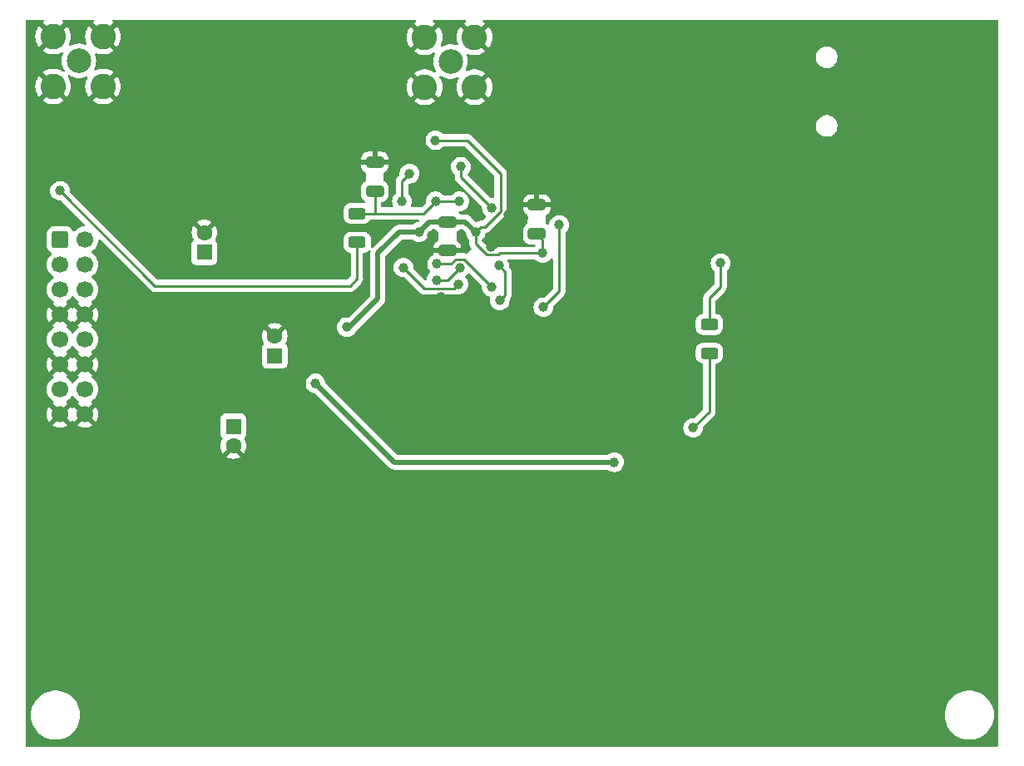
<source format=gbl>
G04 #@! TF.GenerationSoftware,KiCad,Pcbnew,7.0.9*
G04 #@! TF.CreationDate,2023-11-18T11:05:28-05:00*
G04 #@! TF.ProjectId,qsd2,71736432-2e6b-4696-9361-645f70636258,rev?*
G04 #@! TF.SameCoordinates,Original*
G04 #@! TF.FileFunction,Copper,L2,Bot*
G04 #@! TF.FilePolarity,Positive*
%FSLAX46Y46*%
G04 Gerber Fmt 4.6, Leading zero omitted, Abs format (unit mm)*
G04 Created by KiCad (PCBNEW 7.0.9) date 2023-11-18 11:05:28*
%MOMM*%
%LPD*%
G01*
G04 APERTURE LIST*
G04 Aperture macros list*
%AMRoundRect*
0 Rectangle with rounded corners*
0 $1 Rounding radius*
0 $2 $3 $4 $5 $6 $7 $8 $9 X,Y pos of 4 corners*
0 Add a 4 corners polygon primitive as box body*
4,1,4,$2,$3,$4,$5,$6,$7,$8,$9,$2,$3,0*
0 Add four circle primitives for the rounded corners*
1,1,$1+$1,$2,$3*
1,1,$1+$1,$4,$5*
1,1,$1+$1,$6,$7*
1,1,$1+$1,$8,$9*
0 Add four rect primitives between the rounded corners*
20,1,$1+$1,$2,$3,$4,$5,0*
20,1,$1+$1,$4,$5,$6,$7,0*
20,1,$1+$1,$6,$7,$8,$9,0*
20,1,$1+$1,$8,$9,$2,$3,0*%
G04 Aperture macros list end*
G04 #@! TA.AperFunction,ComponentPad*
%ADD10R,1.600000X1.600000*%
G04 #@! TD*
G04 #@! TA.AperFunction,ComponentPad*
%ADD11C,1.600000*%
G04 #@! TD*
G04 #@! TA.AperFunction,ComponentPad*
%ADD12C,2.600000*%
G04 #@! TD*
G04 #@! TA.AperFunction,ComponentPad*
%ADD13C,2.500000*%
G04 #@! TD*
G04 #@! TA.AperFunction,ComponentPad*
%ADD14RoundRect,0.250000X-0.600000X-0.600000X0.600000X-0.600000X0.600000X0.600000X-0.600000X0.600000X0*%
G04 #@! TD*
G04 #@! TA.AperFunction,ComponentPad*
%ADD15C,1.700000*%
G04 #@! TD*
G04 #@! TA.AperFunction,SMDPad,CuDef*
%ADD16RoundRect,0.250000X-0.650000X0.325000X-0.650000X-0.325000X0.650000X-0.325000X0.650000X0.325000X0*%
G04 #@! TD*
G04 #@! TA.AperFunction,SMDPad,CuDef*
%ADD17RoundRect,0.250000X0.650000X-0.325000X0.650000X0.325000X-0.650000X0.325000X-0.650000X-0.325000X0*%
G04 #@! TD*
G04 #@! TA.AperFunction,SMDPad,CuDef*
%ADD18RoundRect,0.250000X-0.625000X0.312500X-0.625000X-0.312500X0.625000X-0.312500X0.625000X0.312500X0*%
G04 #@! TD*
G04 #@! TA.AperFunction,SMDPad,CuDef*
%ADD19RoundRect,0.250000X0.625000X-0.312500X0.625000X0.312500X-0.625000X0.312500X-0.625000X-0.312500X0*%
G04 #@! TD*
G04 #@! TA.AperFunction,ViaPad*
%ADD20C,1.000000*%
G04 #@! TD*
G04 #@! TA.AperFunction,Conductor*
%ADD21C,0.500000*%
G04 #@! TD*
G04 #@! TA.AperFunction,Conductor*
%ADD22C,0.250000*%
G04 #@! TD*
G04 APERTURE END LIST*
D10*
X125050000Y-74300000D03*
D11*
X125050000Y-72300000D03*
D10*
X120850000Y-81500000D03*
D11*
X120850000Y-83500000D03*
D12*
X102495000Y-41825000D03*
X102495000Y-46905000D03*
X107575000Y-41825000D03*
X107575000Y-46905000D03*
D13*
X105135000Y-44290000D03*
D12*
X140310000Y-41890000D03*
X140310000Y-46970000D03*
X145390000Y-41890000D03*
X145390000Y-46970000D03*
D13*
X142950000Y-44355000D03*
D10*
X117900000Y-63775000D03*
D11*
X117900000Y-61775000D03*
D14*
X103210000Y-62500000D03*
D15*
X105750000Y-62500000D03*
X103210000Y-65040000D03*
X105750000Y-65040000D03*
X103210000Y-67580000D03*
X105750000Y-67580000D03*
X103210000Y-70120000D03*
X105750000Y-70120000D03*
X103210000Y-72660000D03*
X105750000Y-72660000D03*
X103210000Y-75200000D03*
X105750000Y-75200000D03*
X103210000Y-77740000D03*
X105750000Y-77740000D03*
X103210000Y-80280000D03*
X105750000Y-80280000D03*
D16*
X151730000Y-58965000D03*
X151730000Y-61915000D03*
D17*
X142625000Y-63625000D03*
X142625000Y-60675000D03*
D16*
X135250000Y-54625000D03*
X135250000Y-57575000D03*
D18*
X169291000Y-71120000D03*
X169291000Y-74045000D03*
D19*
X133450000Y-62762500D03*
X133450000Y-59837500D03*
D20*
X120000000Y-45275000D03*
X122075000Y-48425000D03*
X184025000Y-92725000D03*
X145500000Y-55100000D03*
X137790000Y-83800000D03*
X110225000Y-61375000D03*
X197850000Y-107300000D03*
X127500000Y-75980000D03*
X155700000Y-65630000D03*
X172275000Y-57675000D03*
X141025000Y-70225000D03*
X143430000Y-57140000D03*
X166100000Y-82225000D03*
X166370000Y-68199000D03*
X124333000Y-59944000D03*
X149425000Y-71725000D03*
X161650000Y-84925000D03*
X178689000Y-60960000D03*
X148860000Y-59920000D03*
X128000000Y-63225000D03*
X197225000Y-60600000D03*
X133900000Y-72375000D03*
X120000000Y-50200000D03*
X191100000Y-113150000D03*
X149220000Y-56280000D03*
X137050000Y-55900000D03*
X176325000Y-65375000D03*
X177275000Y-75225000D03*
X144145000Y-62382400D03*
X126875000Y-65900000D03*
X141050000Y-62050000D03*
X160900000Y-82350000D03*
X131200000Y-53400000D03*
X117200000Y-53950000D03*
X141950000Y-68326000D03*
X100600000Y-55375000D03*
X154575000Y-79675000D03*
X117325000Y-56675000D03*
X163900000Y-82250000D03*
X163625000Y-70475000D03*
X173990000Y-85725000D03*
X116275000Y-43875000D03*
X172225000Y-78750000D03*
X174250000Y-41050000D03*
X100700000Y-86975000D03*
X141478000Y-86487000D03*
X125475000Y-53500000D03*
X155720000Y-71670000D03*
X133430000Y-78490000D03*
X107400000Y-113150000D03*
X130683000Y-72771000D03*
X116225000Y-46875000D03*
X147300000Y-53250000D03*
X112375000Y-83625000D03*
X128150000Y-40800000D03*
X147050000Y-63225000D03*
X144150000Y-92725000D03*
X130650000Y-58325000D03*
X138023600Y-63423800D03*
X161675000Y-75700000D03*
X171196000Y-74930000D03*
X179725000Y-73775000D03*
X147450000Y-113050000D03*
X197260000Y-41440000D03*
X176300000Y-56030000D03*
X135690000Y-70180000D03*
X166500000Y-65325000D03*
X176276000Y-70739000D03*
X197300000Y-82300000D03*
X129700000Y-45975000D03*
X143450000Y-74820000D03*
X124100000Y-56675000D03*
X106825000Y-92625000D03*
X134300000Y-67175000D03*
X168975000Y-65350000D03*
X134600000Y-49800000D03*
X163575000Y-65850000D03*
X171950000Y-51100000D03*
X122125000Y-45225000D03*
X150300000Y-77000000D03*
X113600000Y-56500000D03*
X147625000Y-62075000D03*
X100550000Y-106550000D03*
X167259000Y-70739000D03*
X132575000Y-68900000D03*
X122250000Y-68450000D03*
X138130686Y-67952898D03*
X123275000Y-80050000D03*
X165125000Y-58525000D03*
X144120000Y-51180000D03*
X120000000Y-48450000D03*
X159610000Y-85150000D03*
X129220000Y-77140000D03*
X143738600Y-67056000D03*
X154000000Y-61000000D03*
X152400000Y-69375000D03*
X138150000Y-65325000D03*
X147889969Y-65150500D03*
X147950000Y-68700000D03*
X143950000Y-65325000D03*
X141528800Y-66625000D03*
X147125000Y-67275000D03*
X141579600Y-64975000D03*
X103200000Y-57525000D03*
X147150000Y-59250000D03*
X144000000Y-55070000D03*
X138000000Y-58600000D03*
X138775000Y-55775000D03*
X143850000Y-58600000D03*
X141450000Y-58600000D03*
X132400000Y-71400000D03*
X141410000Y-52380000D03*
X145500000Y-61725000D03*
X152320000Y-63870000D03*
X139750000Y-61725000D03*
X167640000Y-81661000D03*
X170434000Y-64897000D03*
D21*
X129220000Y-77140000D02*
X137235000Y-85155000D01*
X137240000Y-85150000D02*
X137235000Y-85155000D01*
X125050000Y-74300000D02*
X125225000Y-74300000D01*
X159610000Y-85150000D02*
X137240000Y-85150000D01*
D22*
X143344600Y-67450000D02*
X143738600Y-67056000D01*
X154000000Y-67775000D02*
X152400000Y-69375000D01*
X140275000Y-67450000D02*
X143344600Y-67450000D01*
X154000000Y-61000000D02*
X154000000Y-67775000D01*
X138150000Y-65325000D02*
X140275000Y-67450000D01*
X142650000Y-66625000D02*
X143950000Y-65325000D01*
X147889969Y-65150500D02*
X148525000Y-65785531D01*
X148525000Y-68125000D02*
X147950000Y-68700000D01*
X148525000Y-65785531D02*
X148525000Y-68125000D01*
X142650000Y-66625000D02*
X141528800Y-66625000D01*
X143450000Y-64500000D02*
X144350000Y-64500000D01*
X141584600Y-64970000D02*
X141579600Y-64975000D01*
X142980000Y-64970000D02*
X141584600Y-64970000D01*
X142980000Y-64970000D02*
X143450000Y-64500000D01*
X144350000Y-64500000D02*
X147125000Y-67275000D01*
X133450000Y-62762500D02*
X133425000Y-62787500D01*
X112875000Y-67200000D02*
X103200000Y-57525000D01*
X133425000Y-66475000D02*
X132700000Y-67200000D01*
X133425000Y-62787500D02*
X133425000Y-66475000D01*
X132700000Y-67200000D02*
X112875000Y-67200000D01*
X103210000Y-62500000D02*
X103225000Y-62500000D01*
X144000000Y-56100000D02*
X147150000Y-59250000D01*
X144000000Y-55070000D02*
X144000000Y-56100000D01*
X138000000Y-58600000D02*
X138000000Y-56550000D01*
X138000000Y-56550000D02*
X138775000Y-55775000D01*
X143850000Y-58600000D02*
X141450000Y-58600000D01*
X135250000Y-59837500D02*
X133450000Y-59837500D01*
X135250000Y-57575000D02*
X135250000Y-59837500D01*
X141450000Y-58600000D02*
X140212500Y-59837500D01*
X140212500Y-59837500D02*
X135250000Y-59837500D01*
X146025000Y-61200000D02*
X146450000Y-61200000D01*
D21*
X139750000Y-61725000D02*
X137700000Y-61725000D01*
D22*
X146450000Y-61200000D02*
X148050000Y-59600000D01*
D21*
X132650000Y-71400000D02*
X135550000Y-68500000D01*
X142625000Y-60675000D02*
X144450000Y-60675000D01*
D22*
X148050000Y-55760000D02*
X144670000Y-52380000D01*
D21*
X132400000Y-71400000D02*
X132650000Y-71400000D01*
D22*
X146640000Y-64050000D02*
X145500000Y-62910000D01*
D21*
X137700000Y-61725000D02*
X135562500Y-63862500D01*
D22*
X145500000Y-61725000D02*
X146025000Y-61200000D01*
D21*
X140800000Y-60675000D02*
X139750000Y-61725000D01*
D22*
X152320000Y-62505000D02*
X151730000Y-61915000D01*
X145500000Y-62910000D02*
X145500000Y-61725000D01*
D21*
X142625000Y-60675000D02*
X140800000Y-60675000D01*
D22*
X152320000Y-63870000D02*
X152140000Y-64050000D01*
X148010000Y-63870000D02*
X147830000Y-64050000D01*
X152320000Y-63870000D02*
X152320000Y-62505000D01*
X144670000Y-52380000D02*
X141410000Y-52380000D01*
D21*
X144450000Y-60675000D02*
X145500000Y-61725000D01*
X135550000Y-68500000D02*
X135550000Y-63875000D01*
D22*
X148050000Y-59600000D02*
X148050000Y-55760000D01*
X152320000Y-63870000D02*
X148010000Y-63870000D01*
X147830000Y-64050000D02*
X146640000Y-64050000D01*
X167640000Y-81661000D02*
X169291000Y-80010000D01*
X169291000Y-80010000D02*
X169291000Y-74045000D01*
X169291000Y-68453000D02*
X169291000Y-71120000D01*
X170434000Y-67310000D02*
X169291000Y-68453000D01*
X170434000Y-64897000D02*
X170434000Y-67310000D01*
G04 #@! TA.AperFunction,Conductor*
G36*
X104564855Y-78406546D02*
G01*
X104581575Y-78425842D01*
X104711500Y-78611395D01*
X104711505Y-78611401D01*
X104878599Y-78778495D01*
X105064594Y-78908730D01*
X105108218Y-78963307D01*
X105115411Y-79032806D01*
X105083889Y-79095160D01*
X105064593Y-79111880D01*
X104988626Y-79165072D01*
X104988625Y-79165072D01*
X105617466Y-79793913D01*
X105607685Y-79795320D01*
X105476900Y-79855048D01*
X105368239Y-79949202D01*
X105290507Y-80070156D01*
X105266923Y-80150476D01*
X104635072Y-79518625D01*
X104635072Y-79518626D01*
X104581574Y-79595030D01*
X104526998Y-79638655D01*
X104457499Y-79645849D01*
X104395144Y-79614326D01*
X104378424Y-79595030D01*
X104324925Y-79518626D01*
X104324925Y-79518625D01*
X103693076Y-80150475D01*
X103669493Y-80070156D01*
X103591761Y-79949202D01*
X103483100Y-79855048D01*
X103352315Y-79795320D01*
X103342533Y-79793913D01*
X103971373Y-79165073D01*
X103971373Y-79165072D01*
X103895405Y-79111880D01*
X103851780Y-79057304D01*
X103844586Y-78987805D01*
X103876108Y-78925451D01*
X103895399Y-78908734D01*
X104081401Y-78778495D01*
X104248495Y-78611401D01*
X104378425Y-78425842D01*
X104433002Y-78382217D01*
X104502500Y-78375023D01*
X104564855Y-78406546D01*
G37*
G04 #@! TD.AperFunction*
G04 #@! TA.AperFunction,Conductor*
G36*
X105290507Y-75409844D02*
G01*
X105368239Y-75530798D01*
X105476900Y-75624952D01*
X105607685Y-75684680D01*
X105617466Y-75686086D01*
X104988625Y-76314925D01*
X105064594Y-76368119D01*
X105108219Y-76422696D01*
X105115413Y-76492194D01*
X105083890Y-76554549D01*
X105064595Y-76571269D01*
X104878594Y-76701508D01*
X104711505Y-76868597D01*
X104581575Y-77054158D01*
X104526998Y-77097783D01*
X104457500Y-77104977D01*
X104395145Y-77073454D01*
X104378425Y-77054158D01*
X104248494Y-76868597D01*
X104081402Y-76701506D01*
X104081401Y-76701505D01*
X103895405Y-76571269D01*
X103851781Y-76516692D01*
X103844588Y-76447193D01*
X103876110Y-76384839D01*
X103895405Y-76368119D01*
X103971373Y-76314925D01*
X103342533Y-75686086D01*
X103352315Y-75684680D01*
X103483100Y-75624952D01*
X103591761Y-75530798D01*
X103669493Y-75409844D01*
X103693076Y-75329524D01*
X104324925Y-75961373D01*
X104378425Y-75884968D01*
X104433002Y-75841344D01*
X104502501Y-75834151D01*
X104564855Y-75865673D01*
X104581576Y-75884969D01*
X104635073Y-75961372D01*
X105266922Y-75329523D01*
X105290507Y-75409844D01*
G37*
G04 #@! TD.AperFunction*
G04 #@! TA.AperFunction,Conductor*
G36*
X104564855Y-73326546D02*
G01*
X104581575Y-73345842D01*
X104711500Y-73531395D01*
X104711505Y-73531401D01*
X104878599Y-73698495D01*
X105064594Y-73828730D01*
X105108218Y-73883307D01*
X105115411Y-73952806D01*
X105083889Y-74015160D01*
X105064593Y-74031880D01*
X104988626Y-74085072D01*
X104988625Y-74085072D01*
X105617466Y-74713913D01*
X105607685Y-74715320D01*
X105476900Y-74775048D01*
X105368239Y-74869202D01*
X105290507Y-74990156D01*
X105266923Y-75070476D01*
X104635072Y-74438625D01*
X104635072Y-74438626D01*
X104581574Y-74515030D01*
X104526998Y-74558655D01*
X104457499Y-74565849D01*
X104395144Y-74534326D01*
X104378424Y-74515030D01*
X104324925Y-74438626D01*
X104324925Y-74438625D01*
X103693076Y-75070475D01*
X103669493Y-74990156D01*
X103591761Y-74869202D01*
X103483100Y-74775048D01*
X103352315Y-74715320D01*
X103342533Y-74713913D01*
X103971373Y-74085073D01*
X103971373Y-74085072D01*
X103895405Y-74031880D01*
X103851780Y-73977304D01*
X103844586Y-73907805D01*
X103876108Y-73845451D01*
X103895399Y-73828734D01*
X104081401Y-73698495D01*
X104248495Y-73531401D01*
X104378425Y-73345842D01*
X104433002Y-73302217D01*
X104502500Y-73295023D01*
X104564855Y-73326546D01*
G37*
G04 #@! TD.AperFunction*
G04 #@! TA.AperFunction,Conductor*
G36*
X105290507Y-70329844D02*
G01*
X105368239Y-70450798D01*
X105476900Y-70544952D01*
X105607685Y-70604680D01*
X105617466Y-70606086D01*
X104988625Y-71234925D01*
X105064594Y-71288119D01*
X105108219Y-71342696D01*
X105115413Y-71412194D01*
X105083890Y-71474549D01*
X105064595Y-71491269D01*
X104878594Y-71621508D01*
X104711505Y-71788597D01*
X104581575Y-71974158D01*
X104526998Y-72017783D01*
X104457500Y-72024977D01*
X104395145Y-71993454D01*
X104378425Y-71974158D01*
X104248494Y-71788597D01*
X104081402Y-71621506D01*
X104081401Y-71621505D01*
X103895405Y-71491269D01*
X103851781Y-71436692D01*
X103844588Y-71367193D01*
X103876110Y-71304839D01*
X103895405Y-71288119D01*
X103971373Y-71234925D01*
X103342533Y-70606086D01*
X103352315Y-70604680D01*
X103483100Y-70544952D01*
X103591761Y-70450798D01*
X103669493Y-70329844D01*
X103693076Y-70249524D01*
X104324925Y-70881373D01*
X104378425Y-70804968D01*
X104433002Y-70761344D01*
X104502501Y-70754151D01*
X104564855Y-70785673D01*
X104581576Y-70804969D01*
X104635073Y-70881372D01*
X105266922Y-70249523D01*
X105290507Y-70329844D01*
G37*
G04 #@! TD.AperFunction*
G04 #@! TA.AperFunction,Conductor*
G36*
X104564855Y-68246546D02*
G01*
X104581575Y-68265842D01*
X104711500Y-68451395D01*
X104711505Y-68451401D01*
X104878599Y-68618495D01*
X105063100Y-68747684D01*
X105064594Y-68748730D01*
X105108218Y-68803307D01*
X105115411Y-68872806D01*
X105083889Y-68935160D01*
X105064593Y-68951880D01*
X104988626Y-69005072D01*
X104988625Y-69005072D01*
X105617466Y-69633913D01*
X105607685Y-69635320D01*
X105476900Y-69695048D01*
X105368239Y-69789202D01*
X105290507Y-69910156D01*
X105266923Y-69990476D01*
X104635072Y-69358625D01*
X104635072Y-69358626D01*
X104581574Y-69435030D01*
X104526998Y-69478655D01*
X104457499Y-69485849D01*
X104395144Y-69454326D01*
X104378424Y-69435030D01*
X104324925Y-69358626D01*
X104324925Y-69358625D01*
X103693076Y-69990475D01*
X103669493Y-69910156D01*
X103591761Y-69789202D01*
X103483100Y-69695048D01*
X103352315Y-69635320D01*
X103342533Y-69633913D01*
X103971373Y-69005073D01*
X103971373Y-69005072D01*
X103895405Y-68951880D01*
X103851780Y-68897304D01*
X103844586Y-68827805D01*
X103876108Y-68765451D01*
X103895399Y-68748734D01*
X104081401Y-68618495D01*
X104248495Y-68451401D01*
X104362891Y-68288026D01*
X104378425Y-68265842D01*
X104433002Y-68222217D01*
X104502500Y-68215023D01*
X104564855Y-68246546D01*
G37*
G04 #@! TD.AperFunction*
G04 #@! TA.AperFunction,Conductor*
G36*
X101494076Y-40120185D02*
G01*
X101539831Y-40172989D01*
X101549775Y-40242147D01*
X101520750Y-40305703D01*
X101496888Y-40326954D01*
X101409848Y-40386296D01*
X102131891Y-41108338D01*
X101993052Y-41195577D01*
X101865577Y-41323052D01*
X101778338Y-41461891D01*
X101057295Y-40740848D01*
X101003600Y-40808180D01*
X100868709Y-41041818D01*
X100770148Y-41292947D01*
X100770142Y-41292966D01*
X100710113Y-41555971D01*
X100710113Y-41555973D01*
X100689953Y-41824995D01*
X100689953Y-41825004D01*
X100710113Y-42094026D01*
X100710113Y-42094028D01*
X100770142Y-42357033D01*
X100770148Y-42357052D01*
X100868709Y-42608181D01*
X100868708Y-42608181D01*
X101003602Y-42841822D01*
X101057294Y-42909151D01*
X101057295Y-42909151D01*
X101778338Y-42188108D01*
X101865577Y-42326948D01*
X101993052Y-42454423D01*
X102131890Y-42541661D01*
X101409848Y-43263702D01*
X101592483Y-43388220D01*
X101592485Y-43388221D01*
X101835539Y-43505269D01*
X101835537Y-43505269D01*
X102093337Y-43584790D01*
X102093343Y-43584792D01*
X102360101Y-43624999D01*
X102360110Y-43625000D01*
X102629890Y-43625000D01*
X102629898Y-43624999D01*
X102896656Y-43584792D01*
X102896662Y-43584790D01*
X103154458Y-43505270D01*
X103372927Y-43400061D01*
X103441869Y-43388709D01*
X103506003Y-43416431D01*
X103544969Y-43474426D01*
X103546394Y-43544281D01*
X103542158Y-43557081D01*
X103457583Y-43772578D01*
X103457578Y-43772590D01*
X103457576Y-43772597D01*
X103399197Y-44028374D01*
X103399196Y-44028379D01*
X103379592Y-44289995D01*
X103379592Y-44290004D01*
X103399196Y-44551620D01*
X103399197Y-44551625D01*
X103457576Y-44807402D01*
X103457582Y-44807421D01*
X103553432Y-45051643D01*
X103659256Y-45234937D01*
X103675729Y-45302837D01*
X103652876Y-45368864D01*
X103597955Y-45412055D01*
X103528402Y-45418696D01*
X103482017Y-45399390D01*
X103397526Y-45341784D01*
X103397516Y-45341778D01*
X103154460Y-45224730D01*
X103154462Y-45224730D01*
X102896662Y-45145209D01*
X102896656Y-45145207D01*
X102629898Y-45105000D01*
X102360101Y-45105000D01*
X102093343Y-45145207D01*
X102093337Y-45145209D01*
X101835538Y-45224730D01*
X101592485Y-45341778D01*
X101592476Y-45341783D01*
X101409848Y-45466296D01*
X102131891Y-46188338D01*
X101993052Y-46275577D01*
X101865577Y-46403052D01*
X101778338Y-46541891D01*
X101057295Y-45820848D01*
X101003600Y-45888180D01*
X100868709Y-46121818D01*
X100770148Y-46372947D01*
X100770142Y-46372966D01*
X100710113Y-46635971D01*
X100710113Y-46635973D01*
X100689953Y-46904995D01*
X100689953Y-46905004D01*
X100710113Y-47174026D01*
X100710113Y-47174028D01*
X100770142Y-47437033D01*
X100770148Y-47437052D01*
X100868709Y-47688181D01*
X100868708Y-47688181D01*
X101003602Y-47921822D01*
X101057294Y-47989151D01*
X101057295Y-47989151D01*
X101778338Y-47268108D01*
X101865577Y-47406948D01*
X101993052Y-47534423D01*
X102131890Y-47621661D01*
X101409848Y-48343702D01*
X101592483Y-48468220D01*
X101592485Y-48468221D01*
X101835539Y-48585269D01*
X101835537Y-48585269D01*
X102093337Y-48664790D01*
X102093343Y-48664792D01*
X102360101Y-48704999D01*
X102360110Y-48705000D01*
X102629890Y-48705000D01*
X102629898Y-48704999D01*
X102896656Y-48664792D01*
X102896662Y-48664790D01*
X103154461Y-48585269D01*
X103397521Y-48468218D01*
X103580150Y-48343702D01*
X102858108Y-47621661D01*
X102996948Y-47534423D01*
X103124423Y-47406948D01*
X103211661Y-47268108D01*
X103932703Y-47989151D01*
X103932704Y-47989150D01*
X103986393Y-47921828D01*
X103986400Y-47921817D01*
X104121290Y-47688181D01*
X104219851Y-47437052D01*
X104219857Y-47437033D01*
X104279886Y-47174028D01*
X104279886Y-47174026D01*
X104300047Y-46905004D01*
X104300047Y-46904995D01*
X104279886Y-46635973D01*
X104279886Y-46635971D01*
X104219857Y-46372966D01*
X104219851Y-46372947D01*
X104121290Y-46121818D01*
X104121291Y-46121818D01*
X104007961Y-45925527D01*
X103991488Y-45857627D01*
X104014340Y-45791600D01*
X104069261Y-45748410D01*
X104138815Y-45741768D01*
X104185197Y-45761071D01*
X104257296Y-45810228D01*
X104257301Y-45810230D01*
X104257302Y-45810231D01*
X104257303Y-45810232D01*
X104355721Y-45857627D01*
X104493673Y-45924061D01*
X104493674Y-45924061D01*
X104493677Y-45924063D01*
X104744385Y-46001396D01*
X105003818Y-46040500D01*
X105266182Y-46040500D01*
X105525615Y-46001396D01*
X105776323Y-45924063D01*
X105811056Y-45907336D01*
X105879994Y-45895985D01*
X105944128Y-45923706D01*
X105983094Y-45981701D01*
X105984520Y-46051556D01*
X105972243Y-46081056D01*
X105948708Y-46121820D01*
X105850148Y-46372947D01*
X105850142Y-46372966D01*
X105790113Y-46635971D01*
X105790113Y-46635973D01*
X105769953Y-46904995D01*
X105769953Y-46905004D01*
X105790113Y-47174026D01*
X105790113Y-47174028D01*
X105850142Y-47437033D01*
X105850148Y-47437052D01*
X105948709Y-47688181D01*
X105948708Y-47688181D01*
X106083602Y-47921822D01*
X106137294Y-47989151D01*
X106858338Y-47268107D01*
X106945577Y-47406948D01*
X107073052Y-47534423D01*
X107211890Y-47621661D01*
X106489848Y-48343702D01*
X106672483Y-48468220D01*
X106672485Y-48468221D01*
X106915539Y-48585269D01*
X106915537Y-48585269D01*
X107173337Y-48664790D01*
X107173343Y-48664792D01*
X107440101Y-48704999D01*
X107440110Y-48705000D01*
X107709890Y-48705000D01*
X107709898Y-48704999D01*
X107976656Y-48664792D01*
X107976662Y-48664790D01*
X108234461Y-48585269D01*
X108477521Y-48468218D01*
X108660150Y-48343702D01*
X107938108Y-47621661D01*
X108076948Y-47534423D01*
X108204423Y-47406948D01*
X108291661Y-47268108D01*
X109012703Y-47989151D01*
X109012704Y-47989150D01*
X109066393Y-47921828D01*
X109066400Y-47921817D01*
X109201290Y-47688181D01*
X109299851Y-47437052D01*
X109299857Y-47437033D01*
X109359886Y-47174028D01*
X109359886Y-47174026D01*
X109380047Y-46905004D01*
X109380047Y-46904995D01*
X109359886Y-46635973D01*
X109359886Y-46635971D01*
X109299857Y-46372966D01*
X109299851Y-46372947D01*
X109201290Y-46121818D01*
X109201291Y-46121818D01*
X109066397Y-45888177D01*
X109012704Y-45820847D01*
X108291660Y-46541890D01*
X108204423Y-46403052D01*
X108076948Y-46275577D01*
X107938108Y-46188338D01*
X108660150Y-45466296D01*
X108477517Y-45341779D01*
X108477516Y-45341778D01*
X108234460Y-45224730D01*
X108234462Y-45224730D01*
X107976662Y-45145209D01*
X107976656Y-45145207D01*
X107709898Y-45105000D01*
X107440101Y-45105000D01*
X107173343Y-45145207D01*
X107173337Y-45145209D01*
X106915544Y-45224728D01*
X106863711Y-45249690D01*
X106794769Y-45261041D01*
X106730635Y-45233318D01*
X106691670Y-45175323D01*
X106690245Y-45105468D01*
X106702522Y-45075970D01*
X106716568Y-45051643D01*
X106812420Y-44807416D01*
X106870802Y-44551630D01*
X106870803Y-44551620D01*
X106890408Y-44290004D01*
X106890408Y-44289995D01*
X106870803Y-44028379D01*
X106870802Y-44028374D01*
X106870802Y-44028370D01*
X106812420Y-43772584D01*
X106772923Y-43671949D01*
X106766755Y-43602353D01*
X106799193Y-43540470D01*
X106859938Y-43505947D01*
X106924902Y-43508157D01*
X107173337Y-43584790D01*
X107173343Y-43584792D01*
X107440101Y-43624999D01*
X107440110Y-43625000D01*
X107709890Y-43625000D01*
X107709898Y-43624999D01*
X107976656Y-43584792D01*
X107976662Y-43584790D01*
X108234461Y-43505269D01*
X108477521Y-43388218D01*
X108660150Y-43263702D01*
X107938108Y-42541661D01*
X108076948Y-42454423D01*
X108204423Y-42326948D01*
X108291661Y-42188108D01*
X109012703Y-42909151D01*
X109012704Y-42909150D01*
X109066393Y-42841828D01*
X109066400Y-42841817D01*
X109201290Y-42608181D01*
X109299851Y-42357052D01*
X109299857Y-42357033D01*
X109359886Y-42094028D01*
X109359886Y-42094026D01*
X109380047Y-41825004D01*
X109380047Y-41824995D01*
X109359886Y-41555973D01*
X109359886Y-41555971D01*
X109299857Y-41292966D01*
X109299851Y-41292947D01*
X109201290Y-41041818D01*
X109201291Y-41041818D01*
X109066397Y-40808177D01*
X109012704Y-40740847D01*
X108291660Y-41461890D01*
X108204423Y-41323052D01*
X108076948Y-41195577D01*
X107938108Y-41108338D01*
X108660150Y-40386296D01*
X108573111Y-40326954D01*
X108528809Y-40272925D01*
X108520750Y-40203521D01*
X108551493Y-40140779D01*
X108611277Y-40104617D01*
X108642963Y-40100500D01*
X139337376Y-40100500D01*
X139404415Y-40120185D01*
X139450170Y-40172989D01*
X139460114Y-40242147D01*
X139431089Y-40305703D01*
X139407227Y-40326954D01*
X139224848Y-40451296D01*
X139946891Y-41173338D01*
X139808052Y-41260577D01*
X139680577Y-41388052D01*
X139593338Y-41526891D01*
X138872295Y-40805848D01*
X138818600Y-40873180D01*
X138683709Y-41106818D01*
X138585148Y-41357947D01*
X138585142Y-41357966D01*
X138525113Y-41620971D01*
X138525113Y-41620973D01*
X138504953Y-41889995D01*
X138504953Y-41890004D01*
X138525113Y-42159026D01*
X138525113Y-42159028D01*
X138585142Y-42422033D01*
X138585148Y-42422052D01*
X138683709Y-42673181D01*
X138683708Y-42673181D01*
X138818602Y-42906822D01*
X138872294Y-42974151D01*
X139593337Y-42253107D01*
X139680577Y-42391948D01*
X139808052Y-42519423D01*
X139946890Y-42606661D01*
X139224848Y-43328702D01*
X139407483Y-43453220D01*
X139407485Y-43453221D01*
X139650539Y-43570269D01*
X139650537Y-43570269D01*
X139908337Y-43649790D01*
X139908343Y-43649792D01*
X140175101Y-43689999D01*
X140175110Y-43690000D01*
X140444890Y-43690000D01*
X140444898Y-43689999D01*
X140711656Y-43649792D01*
X140711662Y-43649790D01*
X140969458Y-43570270D01*
X141187927Y-43465061D01*
X141256869Y-43453709D01*
X141321003Y-43481431D01*
X141359969Y-43539426D01*
X141361394Y-43609281D01*
X141357158Y-43622081D01*
X141272583Y-43837578D01*
X141272578Y-43837590D01*
X141272576Y-43837597D01*
X141214197Y-44093374D01*
X141214196Y-44093379D01*
X141194592Y-44354995D01*
X141194592Y-44355004D01*
X141214196Y-44616620D01*
X141214197Y-44616625D01*
X141272576Y-44872402D01*
X141272582Y-44872421D01*
X141368432Y-45116643D01*
X141474256Y-45299937D01*
X141490729Y-45367837D01*
X141467876Y-45433864D01*
X141412955Y-45477055D01*
X141343402Y-45483696D01*
X141297017Y-45464390D01*
X141212526Y-45406784D01*
X141212516Y-45406778D01*
X140969460Y-45289730D01*
X140969462Y-45289730D01*
X140711662Y-45210209D01*
X140711656Y-45210207D01*
X140444898Y-45170000D01*
X140175101Y-45170000D01*
X139908343Y-45210207D01*
X139908337Y-45210209D01*
X139650538Y-45289730D01*
X139407485Y-45406778D01*
X139407476Y-45406783D01*
X139224848Y-45531296D01*
X139946891Y-46253338D01*
X139808052Y-46340577D01*
X139680577Y-46468052D01*
X139593338Y-46606891D01*
X138872295Y-45885848D01*
X138818600Y-45953180D01*
X138683709Y-46186818D01*
X138585148Y-46437947D01*
X138585142Y-46437966D01*
X138525113Y-46700971D01*
X138525113Y-46700973D01*
X138504953Y-46969995D01*
X138504953Y-46970004D01*
X138525113Y-47239026D01*
X138525113Y-47239028D01*
X138585142Y-47502033D01*
X138585148Y-47502052D01*
X138683709Y-47753181D01*
X138683708Y-47753181D01*
X138818602Y-47986822D01*
X138872294Y-48054151D01*
X139593337Y-47333107D01*
X139680577Y-47471948D01*
X139808052Y-47599423D01*
X139946890Y-47686661D01*
X139224848Y-48408702D01*
X139407483Y-48533220D01*
X139407485Y-48533221D01*
X139650539Y-48650269D01*
X139650537Y-48650269D01*
X139908337Y-48729790D01*
X139908343Y-48729792D01*
X140175101Y-48769999D01*
X140175110Y-48770000D01*
X140444890Y-48770000D01*
X140444898Y-48769999D01*
X140711656Y-48729792D01*
X140711662Y-48729790D01*
X140969461Y-48650269D01*
X141212521Y-48533218D01*
X141395150Y-48408702D01*
X140673108Y-47686661D01*
X140811948Y-47599423D01*
X140939423Y-47471948D01*
X141026661Y-47333108D01*
X141747703Y-48054151D01*
X141747704Y-48054150D01*
X141801393Y-47986828D01*
X141801400Y-47986817D01*
X141936290Y-47753181D01*
X142034851Y-47502052D01*
X142034857Y-47502033D01*
X142094886Y-47239028D01*
X142094886Y-47239026D01*
X142115047Y-46970004D01*
X142115047Y-46969995D01*
X142094886Y-46700973D01*
X142094886Y-46700971D01*
X142034857Y-46437966D01*
X142034851Y-46437947D01*
X141936290Y-46186818D01*
X141936291Y-46186818D01*
X141822961Y-45990527D01*
X141806488Y-45922627D01*
X141829340Y-45856600D01*
X141884261Y-45813410D01*
X141953815Y-45806768D01*
X142000197Y-45826071D01*
X142072296Y-45875228D01*
X142072301Y-45875230D01*
X142072302Y-45875231D01*
X142072303Y-45875232D01*
X142173699Y-45924061D01*
X142308673Y-45989061D01*
X142308674Y-45989061D01*
X142308677Y-45989063D01*
X142559385Y-46066396D01*
X142818818Y-46105500D01*
X143081182Y-46105500D01*
X143340615Y-46066396D01*
X143591323Y-45989063D01*
X143626056Y-45972336D01*
X143694994Y-45960985D01*
X143759128Y-45988706D01*
X143798094Y-46046701D01*
X143799520Y-46116556D01*
X143787243Y-46146056D01*
X143763708Y-46186820D01*
X143665148Y-46437947D01*
X143665142Y-46437966D01*
X143605113Y-46700971D01*
X143605113Y-46700973D01*
X143584953Y-46969995D01*
X143584953Y-46970004D01*
X143605113Y-47239026D01*
X143605113Y-47239028D01*
X143665142Y-47502033D01*
X143665148Y-47502052D01*
X143763709Y-47753181D01*
X143763708Y-47753181D01*
X143898602Y-47986822D01*
X143952294Y-48054151D01*
X144673338Y-47333107D01*
X144760577Y-47471948D01*
X144888052Y-47599423D01*
X145026890Y-47686661D01*
X144304848Y-48408702D01*
X144487483Y-48533220D01*
X144487485Y-48533221D01*
X144730539Y-48650269D01*
X144730537Y-48650269D01*
X144988337Y-48729790D01*
X144988343Y-48729792D01*
X145255101Y-48769999D01*
X145255110Y-48770000D01*
X145524890Y-48770000D01*
X145524898Y-48769999D01*
X145791656Y-48729792D01*
X145791662Y-48729790D01*
X146049461Y-48650269D01*
X146292521Y-48533218D01*
X146475150Y-48408702D01*
X145753108Y-47686661D01*
X145891948Y-47599423D01*
X146019423Y-47471948D01*
X146106661Y-47333108D01*
X146827703Y-48054151D01*
X146827704Y-48054150D01*
X146881393Y-47986828D01*
X146881400Y-47986817D01*
X147016290Y-47753181D01*
X147114851Y-47502052D01*
X147114857Y-47502033D01*
X147174886Y-47239028D01*
X147174886Y-47239026D01*
X147195047Y-46970004D01*
X147195047Y-46969995D01*
X147174886Y-46700973D01*
X147174886Y-46700971D01*
X147114857Y-46437966D01*
X147114851Y-46437947D01*
X147016290Y-46186818D01*
X147016291Y-46186818D01*
X146881397Y-45953177D01*
X146827704Y-45885847D01*
X146106660Y-46606890D01*
X146019423Y-46468052D01*
X145891948Y-46340577D01*
X145753108Y-46253338D01*
X146475150Y-45531296D01*
X146292517Y-45406779D01*
X146292516Y-45406778D01*
X146049460Y-45289730D01*
X146049462Y-45289730D01*
X145791662Y-45210209D01*
X145791656Y-45210207D01*
X145524898Y-45170000D01*
X145255101Y-45170000D01*
X144988343Y-45210207D01*
X144988337Y-45210209D01*
X144730544Y-45289728D01*
X144678711Y-45314690D01*
X144609769Y-45326041D01*
X144545635Y-45298318D01*
X144506670Y-45240323D01*
X144505245Y-45170468D01*
X144517522Y-45140970D01*
X144531568Y-45116643D01*
X144627420Y-44872416D01*
X144685802Y-44616630D01*
X144689202Y-44571256D01*
X144705408Y-44355004D01*
X144705408Y-44354995D01*
X144685803Y-44093379D01*
X144685802Y-44093374D01*
X144685802Y-44093370D01*
X144636508Y-43877401D01*
X180125746Y-43877401D01*
X180135745Y-44087327D01*
X180185296Y-44291578D01*
X180185298Y-44291582D01*
X180272598Y-44482743D01*
X180272601Y-44482748D01*
X180272602Y-44482750D01*
X180272604Y-44482753D01*
X180394514Y-44653952D01*
X180394515Y-44653953D01*
X180394520Y-44653959D01*
X180546620Y-44798985D01*
X180641578Y-44860011D01*
X180723428Y-44912613D01*
X180918543Y-44990725D01*
X181021729Y-45010612D01*
X181124914Y-45030500D01*
X181124915Y-45030500D01*
X181282419Y-45030500D01*
X181282425Y-45030500D01*
X181439218Y-45015528D01*
X181640875Y-44956316D01*
X181827682Y-44860011D01*
X181992886Y-44730092D01*
X182130519Y-44571256D01*
X182235604Y-44389244D01*
X182304344Y-44190633D01*
X182334254Y-43982602D01*
X182324254Y-43772670D01*
X182274704Y-43568424D01*
X182246172Y-43505947D01*
X182187401Y-43377256D01*
X182187398Y-43377251D01*
X182187397Y-43377250D01*
X182187396Y-43377247D01*
X182065486Y-43206048D01*
X182065484Y-43206046D01*
X182065479Y-43206040D01*
X181913379Y-43061014D01*
X181736574Y-42947388D01*
X181541455Y-42869274D01*
X181335086Y-42829500D01*
X181335085Y-42829500D01*
X181177575Y-42829500D01*
X181020782Y-42844472D01*
X181020778Y-42844473D01*
X180819127Y-42903683D01*
X180632313Y-42999991D01*
X180467116Y-43129905D01*
X180467112Y-43129909D01*
X180329478Y-43288746D01*
X180224398Y-43470750D01*
X180155656Y-43669365D01*
X180155656Y-43669367D01*
X180131469Y-43837597D01*
X180125746Y-43877401D01*
X144636508Y-43877401D01*
X144627420Y-43837584D01*
X144587923Y-43736949D01*
X144581755Y-43667353D01*
X144614193Y-43605470D01*
X144674938Y-43570947D01*
X144739902Y-43573157D01*
X144988337Y-43649790D01*
X144988343Y-43649792D01*
X145255101Y-43689999D01*
X145255110Y-43690000D01*
X145524890Y-43690000D01*
X145524898Y-43689999D01*
X145791656Y-43649792D01*
X145791662Y-43649790D01*
X146049461Y-43570269D01*
X146292521Y-43453218D01*
X146475150Y-43328702D01*
X145753108Y-42606661D01*
X145891948Y-42519423D01*
X146019423Y-42391948D01*
X146106661Y-42253108D01*
X146827703Y-42974151D01*
X146827704Y-42974150D01*
X146881393Y-42906828D01*
X146881400Y-42906817D01*
X147016290Y-42673181D01*
X147114851Y-42422052D01*
X147114857Y-42422033D01*
X147174886Y-42159028D01*
X147174886Y-42159026D01*
X147195047Y-41890004D01*
X147195047Y-41889995D01*
X147174886Y-41620973D01*
X147174886Y-41620971D01*
X147114857Y-41357966D01*
X147114851Y-41357947D01*
X147016290Y-41106818D01*
X147016291Y-41106818D01*
X146881397Y-40873177D01*
X146827704Y-40805847D01*
X146106660Y-41526890D01*
X146019423Y-41388052D01*
X145891948Y-41260577D01*
X145753108Y-41173338D01*
X146475150Y-40451296D01*
X146292773Y-40326954D01*
X146248471Y-40272925D01*
X146240412Y-40203522D01*
X146271155Y-40140779D01*
X146330939Y-40104617D01*
X146362625Y-40100500D01*
X198575500Y-40100500D01*
X198642539Y-40120185D01*
X198688294Y-40172989D01*
X198699500Y-40224500D01*
X198699500Y-113975500D01*
X198679815Y-114042539D01*
X198627011Y-114088294D01*
X198575500Y-114099500D01*
X99824500Y-114099500D01*
X99757461Y-114079815D01*
X99711706Y-114027011D01*
X99700500Y-113975500D01*
X99700500Y-110900005D01*
X100244556Y-110900005D01*
X100264310Y-111214004D01*
X100264311Y-111214011D01*
X100323270Y-111523083D01*
X100420497Y-111822316D01*
X100420499Y-111822321D01*
X100554461Y-112107003D01*
X100554464Y-112107009D01*
X100723051Y-112372661D01*
X100723054Y-112372665D01*
X100923606Y-112615090D01*
X100923608Y-112615092D01*
X101152968Y-112830476D01*
X101152978Y-112830484D01*
X101407504Y-113015408D01*
X101407509Y-113015410D01*
X101407516Y-113015416D01*
X101683234Y-113166994D01*
X101683239Y-113166996D01*
X101683241Y-113166997D01*
X101683242Y-113166998D01*
X101975771Y-113282818D01*
X101975774Y-113282819D01*
X102280523Y-113361065D01*
X102280527Y-113361066D01*
X102346010Y-113369338D01*
X102592670Y-113400499D01*
X102592679Y-113400499D01*
X102592682Y-113400500D01*
X102592684Y-113400500D01*
X102907316Y-113400500D01*
X102907318Y-113400500D01*
X102907321Y-113400499D01*
X102907329Y-113400499D01*
X103093593Y-113376968D01*
X103219473Y-113361066D01*
X103524225Y-113282819D01*
X103524228Y-113282818D01*
X103816757Y-113166998D01*
X103816758Y-113166997D01*
X103816756Y-113166997D01*
X103816766Y-113166994D01*
X104092484Y-113015416D01*
X104347030Y-112830478D01*
X104576390Y-112615094D01*
X104776947Y-112372663D01*
X104945537Y-112107007D01*
X105079503Y-111822315D01*
X105176731Y-111523079D01*
X105235688Y-111214015D01*
X105255444Y-110900005D01*
X193244556Y-110900005D01*
X193264310Y-111214004D01*
X193264311Y-111214011D01*
X193323270Y-111523083D01*
X193420497Y-111822316D01*
X193420499Y-111822321D01*
X193554461Y-112107003D01*
X193554464Y-112107009D01*
X193723051Y-112372661D01*
X193723054Y-112372665D01*
X193923606Y-112615090D01*
X193923608Y-112615092D01*
X194152968Y-112830476D01*
X194152978Y-112830484D01*
X194407504Y-113015408D01*
X194407509Y-113015410D01*
X194407516Y-113015416D01*
X194683234Y-113166994D01*
X194683239Y-113166996D01*
X194683241Y-113166997D01*
X194683242Y-113166998D01*
X194975771Y-113282818D01*
X194975774Y-113282819D01*
X195280523Y-113361065D01*
X195280527Y-113361066D01*
X195346010Y-113369338D01*
X195592670Y-113400499D01*
X195592679Y-113400499D01*
X195592682Y-113400500D01*
X195592684Y-113400500D01*
X195907316Y-113400500D01*
X195907318Y-113400500D01*
X195907321Y-113400499D01*
X195907329Y-113400499D01*
X196093593Y-113376968D01*
X196219473Y-113361066D01*
X196524225Y-113282819D01*
X196524228Y-113282818D01*
X196816757Y-113166998D01*
X196816758Y-113166997D01*
X196816756Y-113166997D01*
X196816766Y-113166994D01*
X197092484Y-113015416D01*
X197347030Y-112830478D01*
X197576390Y-112615094D01*
X197776947Y-112372663D01*
X197945537Y-112107007D01*
X198079503Y-111822315D01*
X198176731Y-111523079D01*
X198235688Y-111214015D01*
X198255444Y-110900000D01*
X198239916Y-110653190D01*
X198235689Y-110585995D01*
X198235688Y-110585988D01*
X198235688Y-110585985D01*
X198176731Y-110276921D01*
X198079503Y-109977685D01*
X197945537Y-109692993D01*
X197776947Y-109427337D01*
X197758983Y-109405622D01*
X197576393Y-109184909D01*
X197576391Y-109184907D01*
X197347031Y-108969523D01*
X197347021Y-108969515D01*
X197092495Y-108784591D01*
X197092488Y-108784586D01*
X197092484Y-108784584D01*
X196816766Y-108633006D01*
X196816763Y-108633004D01*
X196816758Y-108633002D01*
X196816757Y-108633001D01*
X196524228Y-108517181D01*
X196524225Y-108517180D01*
X196219476Y-108438934D01*
X196219463Y-108438932D01*
X195907329Y-108399500D01*
X195907318Y-108399500D01*
X195592682Y-108399500D01*
X195592670Y-108399500D01*
X195280536Y-108438932D01*
X195280523Y-108438934D01*
X194975774Y-108517180D01*
X194975771Y-108517181D01*
X194683242Y-108633001D01*
X194683241Y-108633002D01*
X194407516Y-108784584D01*
X194407504Y-108784591D01*
X194152978Y-108969515D01*
X194152968Y-108969523D01*
X193923608Y-109184907D01*
X193923606Y-109184909D01*
X193723054Y-109427334D01*
X193723051Y-109427338D01*
X193554464Y-109692990D01*
X193554461Y-109692996D01*
X193420499Y-109977678D01*
X193420497Y-109977683D01*
X193323270Y-110276916D01*
X193264311Y-110585988D01*
X193264310Y-110585995D01*
X193244556Y-110899994D01*
X193244556Y-110900005D01*
X105255444Y-110900005D01*
X105255444Y-110900000D01*
X105239916Y-110653190D01*
X105235689Y-110585995D01*
X105235688Y-110585988D01*
X105235688Y-110585985D01*
X105176731Y-110276921D01*
X105079503Y-109977685D01*
X104945537Y-109692993D01*
X104776947Y-109427337D01*
X104758983Y-109405622D01*
X104576393Y-109184909D01*
X104576391Y-109184907D01*
X104347031Y-108969523D01*
X104347021Y-108969515D01*
X104092495Y-108784591D01*
X104092488Y-108784586D01*
X104092484Y-108784584D01*
X103816766Y-108633006D01*
X103816763Y-108633004D01*
X103816758Y-108633002D01*
X103816757Y-108633001D01*
X103524228Y-108517181D01*
X103524225Y-108517180D01*
X103219476Y-108438934D01*
X103219463Y-108438932D01*
X102907329Y-108399500D01*
X102907318Y-108399500D01*
X102592682Y-108399500D01*
X102592670Y-108399500D01*
X102280536Y-108438932D01*
X102280523Y-108438934D01*
X101975774Y-108517180D01*
X101975771Y-108517181D01*
X101683242Y-108633001D01*
X101683241Y-108633002D01*
X101407516Y-108784584D01*
X101407504Y-108784591D01*
X101152978Y-108969515D01*
X101152968Y-108969523D01*
X100923608Y-109184907D01*
X100923606Y-109184909D01*
X100723054Y-109427334D01*
X100723051Y-109427338D01*
X100554464Y-109692990D01*
X100554461Y-109692996D01*
X100420499Y-109977678D01*
X100420497Y-109977683D01*
X100323270Y-110276916D01*
X100264311Y-110585988D01*
X100264310Y-110585995D01*
X100244556Y-110899994D01*
X100244556Y-110900005D01*
X99700500Y-110900005D01*
X99700500Y-83500002D01*
X119545034Y-83500002D01*
X119564858Y-83726599D01*
X119564860Y-83726610D01*
X119623730Y-83946317D01*
X119623734Y-83946326D01*
X119719865Y-84152481D01*
X119719866Y-84152483D01*
X119770973Y-84225471D01*
X119770973Y-84225472D01*
X120452045Y-83544399D01*
X120464835Y-83625148D01*
X120522359Y-83738045D01*
X120611955Y-83827641D01*
X120724852Y-83885165D01*
X120805599Y-83897953D01*
X120124526Y-84579025D01*
X120124526Y-84579026D01*
X120197512Y-84630131D01*
X120197516Y-84630133D01*
X120403673Y-84726265D01*
X120403682Y-84726269D01*
X120623389Y-84785139D01*
X120623400Y-84785141D01*
X120849998Y-84804966D01*
X120850002Y-84804966D01*
X121076599Y-84785141D01*
X121076610Y-84785139D01*
X121296317Y-84726269D01*
X121296331Y-84726264D01*
X121502478Y-84630136D01*
X121575472Y-84579025D01*
X120894401Y-83897953D01*
X120975148Y-83885165D01*
X121088045Y-83827641D01*
X121177641Y-83738045D01*
X121235165Y-83625148D01*
X121247953Y-83544400D01*
X121929025Y-84225472D01*
X121980136Y-84152478D01*
X122076264Y-83946331D01*
X122076269Y-83946317D01*
X122135139Y-83726610D01*
X122135141Y-83726599D01*
X122154966Y-83500002D01*
X122154966Y-83499997D01*
X122135141Y-83273400D01*
X122135139Y-83273389D01*
X122076269Y-83053682D01*
X122076265Y-83053673D01*
X121980134Y-82847518D01*
X121980130Y-82847512D01*
X121971188Y-82834740D01*
X121948861Y-82768534D01*
X121965873Y-82700767D01*
X121998454Y-82664351D01*
X122007546Y-82657546D01*
X122093796Y-82542331D01*
X122144091Y-82407483D01*
X122150500Y-82347873D01*
X122150499Y-80652128D01*
X122144091Y-80592517D01*
X122110003Y-80501123D01*
X122093797Y-80457671D01*
X122093793Y-80457664D01*
X122007547Y-80342455D01*
X122007544Y-80342452D01*
X121892335Y-80256206D01*
X121892328Y-80256202D01*
X121757482Y-80205908D01*
X121757483Y-80205908D01*
X121697883Y-80199501D01*
X121697881Y-80199500D01*
X121697873Y-80199500D01*
X121697864Y-80199500D01*
X120002129Y-80199500D01*
X120002123Y-80199501D01*
X119942516Y-80205908D01*
X119807671Y-80256202D01*
X119807664Y-80256206D01*
X119692455Y-80342452D01*
X119692452Y-80342455D01*
X119606206Y-80457664D01*
X119606202Y-80457671D01*
X119555908Y-80592517D01*
X119552415Y-80625014D01*
X119549501Y-80652123D01*
X119549500Y-80652135D01*
X119549500Y-82347870D01*
X119549501Y-82347876D01*
X119555908Y-82407483D01*
X119606202Y-82542328D01*
X119606206Y-82542335D01*
X119692452Y-82657544D01*
X119692453Y-82657544D01*
X119692454Y-82657546D01*
X119701545Y-82664351D01*
X119743416Y-82720282D01*
X119748402Y-82789974D01*
X119728813Y-82834736D01*
X119719871Y-82847507D01*
X119719868Y-82847512D01*
X119623734Y-83053673D01*
X119623730Y-83053682D01*
X119564860Y-83273389D01*
X119564858Y-83273400D01*
X119545034Y-83499997D01*
X119545034Y-83500002D01*
X99700500Y-83500002D01*
X99700500Y-77740000D01*
X101854341Y-77740000D01*
X101874936Y-77975403D01*
X101874938Y-77975413D01*
X101936094Y-78203655D01*
X101936096Y-78203659D01*
X101936097Y-78203663D01*
X101940000Y-78212032D01*
X102035965Y-78417830D01*
X102035967Y-78417834D01*
X102144281Y-78572521D01*
X102171505Y-78611401D01*
X102338599Y-78778495D01*
X102524594Y-78908730D01*
X102568218Y-78963307D01*
X102575411Y-79032806D01*
X102543889Y-79095160D01*
X102524593Y-79111880D01*
X102448626Y-79165072D01*
X102448625Y-79165072D01*
X103077466Y-79793913D01*
X103067685Y-79795320D01*
X102936900Y-79855048D01*
X102828239Y-79949202D01*
X102750507Y-80070156D01*
X102726923Y-80150476D01*
X102095072Y-79518625D01*
X102036401Y-79602419D01*
X101936570Y-79816507D01*
X101936566Y-79816516D01*
X101875432Y-80044673D01*
X101875430Y-80044684D01*
X101854843Y-80279998D01*
X101854843Y-80280001D01*
X101875430Y-80515315D01*
X101875432Y-80515326D01*
X101936566Y-80743483D01*
X101936570Y-80743492D01*
X102036400Y-80957579D01*
X102036402Y-80957583D01*
X102095072Y-81041373D01*
X102095073Y-81041373D01*
X102726923Y-80409523D01*
X102750507Y-80489844D01*
X102828239Y-80610798D01*
X102936900Y-80704952D01*
X103067685Y-80764680D01*
X103077466Y-80766086D01*
X102448625Y-81394925D01*
X102532421Y-81453599D01*
X102746507Y-81553429D01*
X102746516Y-81553433D01*
X102974673Y-81614567D01*
X102974684Y-81614569D01*
X103209998Y-81635157D01*
X103210002Y-81635157D01*
X103445315Y-81614569D01*
X103445326Y-81614567D01*
X103673483Y-81553433D01*
X103673492Y-81553429D01*
X103887578Y-81453600D01*
X103887582Y-81453598D01*
X103971373Y-81394926D01*
X103971373Y-81394925D01*
X103342533Y-80766086D01*
X103352315Y-80764680D01*
X103483100Y-80704952D01*
X103591761Y-80610798D01*
X103669493Y-80489844D01*
X103693076Y-80409524D01*
X104324925Y-81041373D01*
X104378425Y-80964968D01*
X104433002Y-80921344D01*
X104502501Y-80914151D01*
X104564855Y-80945673D01*
X104581576Y-80964969D01*
X104635073Y-81041372D01*
X105266922Y-80409523D01*
X105290507Y-80489844D01*
X105368239Y-80610798D01*
X105476900Y-80704952D01*
X105607685Y-80764680D01*
X105617466Y-80766086D01*
X104988625Y-81394925D01*
X105072421Y-81453599D01*
X105286507Y-81553429D01*
X105286516Y-81553433D01*
X105514673Y-81614567D01*
X105514684Y-81614569D01*
X105749998Y-81635157D01*
X105750002Y-81635157D01*
X105985315Y-81614569D01*
X105985326Y-81614567D01*
X106213483Y-81553433D01*
X106213492Y-81553429D01*
X106427578Y-81453600D01*
X106427582Y-81453598D01*
X106511373Y-81394926D01*
X106511373Y-81394925D01*
X105882533Y-80766086D01*
X105892315Y-80764680D01*
X106023100Y-80704952D01*
X106131761Y-80610798D01*
X106209493Y-80489844D01*
X106233076Y-80409524D01*
X106864925Y-81041373D01*
X106864926Y-81041373D01*
X106923598Y-80957582D01*
X106923600Y-80957578D01*
X107023429Y-80743492D01*
X107023433Y-80743483D01*
X107084567Y-80515326D01*
X107084569Y-80515315D01*
X107105157Y-80280001D01*
X107105157Y-80279998D01*
X107084569Y-80044684D01*
X107084567Y-80044673D01*
X107023433Y-79816516D01*
X107023429Y-79816507D01*
X106923600Y-79602423D01*
X106923599Y-79602421D01*
X106864925Y-79518626D01*
X106864925Y-79518625D01*
X106233076Y-80150475D01*
X106209493Y-80070156D01*
X106131761Y-79949202D01*
X106023100Y-79855048D01*
X105892315Y-79795320D01*
X105882533Y-79793913D01*
X106511373Y-79165073D01*
X106511373Y-79165072D01*
X106435405Y-79111880D01*
X106391780Y-79057304D01*
X106384586Y-78987805D01*
X106416108Y-78925451D01*
X106435399Y-78908734D01*
X106621401Y-78778495D01*
X106788495Y-78611401D01*
X106924035Y-78417830D01*
X107023903Y-78203663D01*
X107085063Y-77975408D01*
X107105659Y-77740000D01*
X107085063Y-77504592D01*
X107023903Y-77276337D01*
X106960328Y-77140000D01*
X128214659Y-77140000D01*
X128233975Y-77336129D01*
X128291188Y-77524733D01*
X128384086Y-77698532D01*
X128384090Y-77698539D01*
X128509116Y-77850883D01*
X128661460Y-77975909D01*
X128661467Y-77975913D01*
X128835266Y-78068811D01*
X128835269Y-78068811D01*
X128835273Y-78068814D01*
X129023868Y-78126024D01*
X129113697Y-78134871D01*
X129178485Y-78161031D01*
X129189225Y-78170593D01*
X136687604Y-85668971D01*
X136690063Y-85671578D01*
X136732674Y-85719459D01*
X136785183Y-85756226D01*
X136788057Y-85758366D01*
X136838323Y-85798111D01*
X136848483Y-85802848D01*
X136867204Y-85813657D01*
X136876388Y-85820088D01*
X136919434Y-85837189D01*
X136935933Y-85843744D01*
X136939246Y-85845173D01*
X136997327Y-85872257D01*
X137008304Y-85874523D01*
X137029018Y-85880724D01*
X137039433Y-85884862D01*
X137102835Y-85894148D01*
X137106343Y-85894766D01*
X137169145Y-85907734D01*
X137179184Y-85907441D01*
X137180347Y-85907408D01*
X137201927Y-85908664D01*
X137204687Y-85909068D01*
X137213023Y-85910289D01*
X137276850Y-85904704D01*
X137280447Y-85904495D01*
X137344514Y-85902631D01*
X137350118Y-85901810D01*
X137368094Y-85900500D01*
X158903022Y-85900500D01*
X158970061Y-85920185D01*
X158981687Y-85928647D01*
X159051460Y-85985909D01*
X159051467Y-85985913D01*
X159225266Y-86078811D01*
X159225269Y-86078811D01*
X159225273Y-86078814D01*
X159413868Y-86136024D01*
X159610000Y-86155341D01*
X159806132Y-86136024D01*
X159994727Y-86078814D01*
X160168538Y-85985910D01*
X160320883Y-85860883D01*
X160445910Y-85708538D01*
X160538814Y-85534727D01*
X160596024Y-85346132D01*
X160615341Y-85150000D01*
X160596024Y-84953868D01*
X160538814Y-84765273D01*
X160538811Y-84765269D01*
X160538811Y-84765266D01*
X160445913Y-84591467D01*
X160445909Y-84591460D01*
X160320883Y-84439116D01*
X160168539Y-84314090D01*
X160168532Y-84314086D01*
X159994733Y-84221188D01*
X159994727Y-84221186D01*
X159806132Y-84163976D01*
X159806129Y-84163975D01*
X159610000Y-84144659D01*
X159413870Y-84163975D01*
X159225266Y-84221188D01*
X159051467Y-84314086D01*
X159051460Y-84314090D01*
X158981687Y-84371353D01*
X158917377Y-84398666D01*
X158903022Y-84399500D01*
X137592229Y-84399500D01*
X137525190Y-84379815D01*
X137504548Y-84363181D01*
X134802367Y-81661000D01*
X166634659Y-81661000D01*
X166653975Y-81857129D01*
X166711188Y-82045733D01*
X166804086Y-82219532D01*
X166804090Y-82219539D01*
X166929116Y-82371883D01*
X167081460Y-82496909D01*
X167081467Y-82496913D01*
X167255266Y-82589811D01*
X167255269Y-82589811D01*
X167255273Y-82589814D01*
X167443868Y-82647024D01*
X167640000Y-82666341D01*
X167836132Y-82647024D01*
X168024727Y-82589814D01*
X168198538Y-82496910D01*
X168350883Y-82371883D01*
X168475910Y-82219538D01*
X168568814Y-82045727D01*
X168626024Y-81857132D01*
X168645341Y-81661000D01*
X168640262Y-81609437D01*
X168653280Y-81540794D01*
X168675981Y-81509607D01*
X169674786Y-80510802D01*
X169687048Y-80500980D01*
X169686865Y-80500759D01*
X169692867Y-80495792D01*
X169692877Y-80495786D01*
X169740241Y-80445348D01*
X169761120Y-80424470D01*
X169765373Y-80418986D01*
X169769150Y-80414563D01*
X169801062Y-80380582D01*
X169810714Y-80363023D01*
X169821389Y-80346772D01*
X169833674Y-80330936D01*
X169852186Y-80288152D01*
X169854742Y-80282935D01*
X169877197Y-80242092D01*
X169882180Y-80222680D01*
X169888477Y-80204291D01*
X169896438Y-80185895D01*
X169903729Y-80139853D01*
X169904908Y-80134162D01*
X169916500Y-80089019D01*
X169916500Y-80068983D01*
X169918027Y-80049582D01*
X169918803Y-80044684D01*
X169921160Y-80029804D01*
X169916775Y-79983415D01*
X169916500Y-79977577D01*
X169916500Y-75225034D01*
X169936185Y-75157995D01*
X169988989Y-75112240D01*
X170027897Y-75101676D01*
X170068797Y-75097499D01*
X170235334Y-75042314D01*
X170384656Y-74950212D01*
X170508712Y-74826156D01*
X170600814Y-74676834D01*
X170655999Y-74510297D01*
X170666500Y-74407509D01*
X170666499Y-73682492D01*
X170655999Y-73579703D01*
X170600814Y-73413166D01*
X170508712Y-73263844D01*
X170384656Y-73139788D01*
X170291888Y-73082569D01*
X170235336Y-73047687D01*
X170235331Y-73047685D01*
X170186388Y-73031467D01*
X170068797Y-72992501D01*
X170068795Y-72992500D01*
X169966010Y-72982000D01*
X168615998Y-72982000D01*
X168615981Y-72982001D01*
X168513203Y-72992500D01*
X168513200Y-72992501D01*
X168346668Y-73047685D01*
X168346663Y-73047687D01*
X168197342Y-73139789D01*
X168073289Y-73263842D01*
X167981187Y-73413163D01*
X167981185Y-73413168D01*
X167968275Y-73452128D01*
X167926001Y-73579703D01*
X167926001Y-73579704D01*
X167926000Y-73579704D01*
X167915500Y-73682483D01*
X167915500Y-74407501D01*
X167915501Y-74407519D01*
X167926000Y-74510296D01*
X167926001Y-74510299D01*
X167930019Y-74522423D01*
X167981186Y-74676834D01*
X168073288Y-74826156D01*
X168197344Y-74950212D01*
X168346666Y-75042314D01*
X168513203Y-75097499D01*
X168554103Y-75101677D01*
X168618793Y-75128073D01*
X168658945Y-75185253D01*
X168665500Y-75225035D01*
X168665500Y-79699546D01*
X168645815Y-79766585D01*
X168629181Y-79787227D01*
X167791393Y-80625014D01*
X167730070Y-80658499D01*
X167691560Y-80660736D01*
X167640002Y-80655659D01*
X167640000Y-80655659D01*
X167443870Y-80674975D01*
X167255266Y-80732188D01*
X167081467Y-80825086D01*
X167081460Y-80825090D01*
X166929116Y-80950116D01*
X166804090Y-81102460D01*
X166804086Y-81102467D01*
X166711188Y-81276266D01*
X166653975Y-81464870D01*
X166634659Y-81661000D01*
X134802367Y-81661000D01*
X130250593Y-77109225D01*
X130217108Y-77047902D01*
X130214871Y-77033697D01*
X130206024Y-76943871D01*
X130206024Y-76943870D01*
X130206024Y-76943868D01*
X130148814Y-76755273D01*
X130148811Y-76755269D01*
X130148811Y-76755266D01*
X130055913Y-76581467D01*
X130055909Y-76581460D01*
X129930883Y-76429116D01*
X129778539Y-76304090D01*
X129778532Y-76304086D01*
X129604733Y-76211188D01*
X129604727Y-76211186D01*
X129416132Y-76153976D01*
X129416129Y-76153975D01*
X129220000Y-76134659D01*
X129023870Y-76153975D01*
X128835266Y-76211188D01*
X128661467Y-76304086D01*
X128661460Y-76304090D01*
X128509116Y-76429116D01*
X128384090Y-76581460D01*
X128384086Y-76581467D01*
X128291188Y-76755266D01*
X128233975Y-76943870D01*
X128214659Y-77140000D01*
X106960328Y-77140000D01*
X106924035Y-77062171D01*
X106918425Y-77054158D01*
X106788494Y-76868597D01*
X106621402Y-76701506D01*
X106621401Y-76701505D01*
X106435405Y-76571269D01*
X106391781Y-76516692D01*
X106384588Y-76447193D01*
X106416110Y-76384839D01*
X106435405Y-76368119D01*
X106511373Y-76314925D01*
X105882533Y-75686086D01*
X105892315Y-75684680D01*
X106023100Y-75624952D01*
X106131761Y-75530798D01*
X106209493Y-75409844D01*
X106233076Y-75329524D01*
X106864925Y-75961373D01*
X106864926Y-75961373D01*
X106923598Y-75877582D01*
X106923600Y-75877578D01*
X107023429Y-75663492D01*
X107023433Y-75663483D01*
X107084567Y-75435326D01*
X107084569Y-75435315D01*
X107105157Y-75200001D01*
X107105157Y-75199998D01*
X107084569Y-74964684D01*
X107084567Y-74964673D01*
X107023433Y-74736516D01*
X107023429Y-74736507D01*
X106923600Y-74522423D01*
X106923599Y-74522421D01*
X106864925Y-74438626D01*
X106864925Y-74438625D01*
X106233076Y-75070475D01*
X106209493Y-74990156D01*
X106131761Y-74869202D01*
X106023100Y-74775048D01*
X105892315Y-74715320D01*
X105882533Y-74713913D01*
X106511373Y-74085073D01*
X106511373Y-74085072D01*
X106435405Y-74031880D01*
X106391780Y-73977304D01*
X106384586Y-73907805D01*
X106416108Y-73845451D01*
X106435399Y-73828734D01*
X106621401Y-73698495D01*
X106788495Y-73531401D01*
X106924035Y-73337830D01*
X107023903Y-73123663D01*
X107085063Y-72895408D01*
X107105659Y-72660000D01*
X107085063Y-72424592D01*
X107051680Y-72300002D01*
X123745034Y-72300002D01*
X123764858Y-72526599D01*
X123764860Y-72526610D01*
X123823730Y-72746317D01*
X123823734Y-72746326D01*
X123919865Y-72952481D01*
X123919868Y-72952485D01*
X123928812Y-72965260D01*
X123951138Y-73031467D01*
X123934125Y-73099234D01*
X123901549Y-73135645D01*
X123892456Y-73142452D01*
X123892451Y-73142457D01*
X123806206Y-73257664D01*
X123806202Y-73257671D01*
X123755908Y-73392517D01*
X123749501Y-73452116D01*
X123749501Y-73452123D01*
X123749500Y-73452135D01*
X123749500Y-75147870D01*
X123749501Y-75147876D01*
X123755908Y-75207483D01*
X123806202Y-75342328D01*
X123806206Y-75342335D01*
X123892452Y-75457544D01*
X123892455Y-75457547D01*
X124007664Y-75543793D01*
X124007671Y-75543797D01*
X124142517Y-75594091D01*
X124142516Y-75594091D01*
X124149444Y-75594835D01*
X124202127Y-75600500D01*
X125897872Y-75600499D01*
X125957483Y-75594091D01*
X126092331Y-75543796D01*
X126207546Y-75457546D01*
X126293796Y-75342331D01*
X126344091Y-75207483D01*
X126350500Y-75147873D01*
X126350499Y-73452128D01*
X126344091Y-73392517D01*
X126326682Y-73345842D01*
X126293797Y-73257671D01*
X126293793Y-73257664D01*
X126207547Y-73142456D01*
X126207548Y-73142456D01*
X126207546Y-73142454D01*
X126198449Y-73135644D01*
X126156581Y-73079710D01*
X126151599Y-73010018D01*
X126171191Y-72965253D01*
X126180134Y-72952481D01*
X126276265Y-72746326D01*
X126276269Y-72746317D01*
X126335139Y-72526610D01*
X126335141Y-72526599D01*
X126354966Y-72300002D01*
X126354966Y-72299997D01*
X126335141Y-72073400D01*
X126335139Y-72073389D01*
X126276269Y-71853682D01*
X126276265Y-71853673D01*
X126180133Y-71647516D01*
X126180131Y-71647512D01*
X126129025Y-71574526D01*
X125447953Y-72255598D01*
X125435165Y-72174852D01*
X125377641Y-72061955D01*
X125288045Y-71972359D01*
X125175148Y-71914835D01*
X125094400Y-71902046D01*
X125775472Y-71220974D01*
X125775471Y-71220973D01*
X125702483Y-71169866D01*
X125702481Y-71169865D01*
X125496326Y-71073734D01*
X125496317Y-71073730D01*
X125276610Y-71014860D01*
X125276599Y-71014858D01*
X125050002Y-70995034D01*
X125049998Y-70995034D01*
X124823400Y-71014858D01*
X124823389Y-71014860D01*
X124603682Y-71073730D01*
X124603673Y-71073734D01*
X124397513Y-71169868D01*
X124324527Y-71220972D01*
X124324526Y-71220973D01*
X125005600Y-71902046D01*
X124924852Y-71914835D01*
X124811955Y-71972359D01*
X124722359Y-72061955D01*
X124664835Y-72174852D01*
X124652046Y-72255600D01*
X123970973Y-71574527D01*
X123919868Y-71647513D01*
X123823734Y-71853673D01*
X123823730Y-71853682D01*
X123764860Y-72073389D01*
X123764858Y-72073400D01*
X123745034Y-72299997D01*
X123745034Y-72300002D01*
X107051680Y-72300002D01*
X107023903Y-72196337D01*
X106924035Y-71982171D01*
X106918425Y-71974158D01*
X106788494Y-71788597D01*
X106621402Y-71621506D01*
X106621401Y-71621505D01*
X106435405Y-71491269D01*
X106391781Y-71436692D01*
X106384588Y-71367193D01*
X106416110Y-71304839D01*
X106435405Y-71288119D01*
X106511373Y-71234925D01*
X105882533Y-70606086D01*
X105892315Y-70604680D01*
X106023100Y-70544952D01*
X106131761Y-70450798D01*
X106209493Y-70329844D01*
X106233076Y-70249524D01*
X106864925Y-70881373D01*
X106864926Y-70881373D01*
X106923598Y-70797582D01*
X106923600Y-70797578D01*
X107023429Y-70583492D01*
X107023433Y-70583483D01*
X107084567Y-70355326D01*
X107084569Y-70355315D01*
X107105157Y-70120001D01*
X107105157Y-70119998D01*
X107084569Y-69884684D01*
X107084567Y-69884673D01*
X107023433Y-69656516D01*
X107023429Y-69656507D01*
X106923600Y-69442423D01*
X106923599Y-69442421D01*
X106864925Y-69358626D01*
X106864925Y-69358625D01*
X106233076Y-69990475D01*
X106209493Y-69910156D01*
X106131761Y-69789202D01*
X106023100Y-69695048D01*
X105892315Y-69635320D01*
X105882533Y-69633913D01*
X106511373Y-69005073D01*
X106511373Y-69005072D01*
X106435405Y-68951880D01*
X106391780Y-68897304D01*
X106384586Y-68827805D01*
X106416108Y-68765451D01*
X106435399Y-68748734D01*
X106621401Y-68618495D01*
X106788495Y-68451401D01*
X106924035Y-68257830D01*
X107023903Y-68043663D01*
X107085063Y-67815408D01*
X107105659Y-67580000D01*
X107085063Y-67344592D01*
X107036962Y-67165075D01*
X107023905Y-67116344D01*
X107023904Y-67116343D01*
X107023903Y-67116337D01*
X106924035Y-66902171D01*
X106918425Y-66894158D01*
X106788494Y-66708597D01*
X106621402Y-66541506D01*
X106621396Y-66541501D01*
X106435842Y-66411575D01*
X106392217Y-66356998D01*
X106385023Y-66287500D01*
X106416546Y-66225145D01*
X106435842Y-66208425D01*
X106503703Y-66160908D01*
X106621401Y-66078495D01*
X106788495Y-65911401D01*
X106924035Y-65717830D01*
X107023903Y-65503663D01*
X107085063Y-65275408D01*
X107105659Y-65040000D01*
X107085063Y-64804592D01*
X107023903Y-64576337D01*
X106924035Y-64362171D01*
X106918425Y-64354158D01*
X106788494Y-64168597D01*
X106621402Y-64001506D01*
X106621396Y-64001501D01*
X106435842Y-63871575D01*
X106392217Y-63816998D01*
X106385023Y-63747500D01*
X106416546Y-63685145D01*
X106435842Y-63668425D01*
X106498736Y-63624386D01*
X106621401Y-63538495D01*
X106788495Y-63371401D01*
X106924035Y-63177830D01*
X107023903Y-62963663D01*
X107085063Y-62735408D01*
X107097346Y-62595015D01*
X107122797Y-62529949D01*
X107179388Y-62488970D01*
X107249150Y-62485092D01*
X107308553Y-62518143D01*
X109859500Y-65069091D01*
X112374197Y-67583788D01*
X112384022Y-67596051D01*
X112384243Y-67595869D01*
X112389214Y-67601878D01*
X112410043Y-67621437D01*
X112439635Y-67649226D01*
X112460529Y-67670120D01*
X112466011Y-67674373D01*
X112470443Y-67678157D01*
X112504418Y-67710062D01*
X112521976Y-67719714D01*
X112538235Y-67730395D01*
X112554064Y-67742673D01*
X112596838Y-67761182D01*
X112602056Y-67763738D01*
X112642908Y-67786197D01*
X112662316Y-67791180D01*
X112680717Y-67797480D01*
X112699104Y-67805437D01*
X112742488Y-67812308D01*
X112745119Y-67812725D01*
X112750839Y-67813909D01*
X112795981Y-67825500D01*
X112816016Y-67825500D01*
X112835414Y-67827026D01*
X112855194Y-67830159D01*
X112855195Y-67830160D01*
X112855195Y-67830159D01*
X112855196Y-67830160D01*
X112901584Y-67825775D01*
X112907422Y-67825500D01*
X132617257Y-67825500D01*
X132632877Y-67827224D01*
X132632904Y-67826939D01*
X132640660Y-67827671D01*
X132640667Y-67827673D01*
X132709814Y-67825500D01*
X132739350Y-67825500D01*
X132746228Y-67824630D01*
X132752041Y-67824172D01*
X132798627Y-67822709D01*
X132817869Y-67817117D01*
X132836912Y-67813174D01*
X132856792Y-67810664D01*
X132900122Y-67793507D01*
X132905646Y-67791617D01*
X132909396Y-67790527D01*
X132950390Y-67778618D01*
X132967629Y-67768422D01*
X132985103Y-67759862D01*
X133003727Y-67752488D01*
X133003727Y-67752487D01*
X133003732Y-67752486D01*
X133041449Y-67725082D01*
X133046305Y-67721892D01*
X133086420Y-67698170D01*
X133100589Y-67683999D01*
X133115379Y-67671368D01*
X133131587Y-67659594D01*
X133161299Y-67623676D01*
X133165212Y-67619376D01*
X133808787Y-66975802D01*
X133821042Y-66965986D01*
X133820859Y-66965764D01*
X133826866Y-66960792D01*
X133826877Y-66960786D01*
X133857775Y-66927882D01*
X133874227Y-66910364D01*
X133884671Y-66899918D01*
X133895120Y-66889471D01*
X133899379Y-66883978D01*
X133903152Y-66879561D01*
X133935062Y-66845582D01*
X133944715Y-66828020D01*
X133955389Y-66811770D01*
X133967673Y-66795936D01*
X133986180Y-66753167D01*
X133988749Y-66747924D01*
X133990953Y-66743913D01*
X134011197Y-66707092D01*
X134016177Y-66687691D01*
X134022478Y-66669288D01*
X134030438Y-66650896D01*
X134037730Y-66604849D01*
X134038911Y-66599152D01*
X134050500Y-66554019D01*
X134050500Y-66533983D01*
X134052027Y-66514582D01*
X134055160Y-66494804D01*
X134050775Y-66448415D01*
X134050500Y-66442577D01*
X134050500Y-63945088D01*
X134070185Y-63878049D01*
X134122989Y-63832294D01*
X134161897Y-63821730D01*
X134227797Y-63814999D01*
X134394334Y-63759814D01*
X134543656Y-63667712D01*
X134606942Y-63604425D01*
X134668261Y-63570943D01*
X134737953Y-63575927D01*
X134793887Y-63617798D01*
X134818304Y-63683262D01*
X134815278Y-63720704D01*
X134799500Y-63787279D01*
X134799500Y-68137769D01*
X134779815Y-68204808D01*
X134763181Y-68225450D01*
X132618051Y-70370579D01*
X132556728Y-70404064D01*
X132518217Y-70406301D01*
X132400000Y-70394659D01*
X132203870Y-70413975D01*
X132015266Y-70471188D01*
X131841467Y-70564086D01*
X131841460Y-70564090D01*
X131689116Y-70689116D01*
X131564090Y-70841460D01*
X131564086Y-70841467D01*
X131471188Y-71015266D01*
X131413975Y-71203870D01*
X131394659Y-71400000D01*
X131413975Y-71596129D01*
X131413976Y-71596132D01*
X131465823Y-71767049D01*
X131471188Y-71784733D01*
X131564086Y-71958532D01*
X131564090Y-71958539D01*
X131689116Y-72110883D01*
X131841460Y-72235909D01*
X131841467Y-72235913D01*
X132015266Y-72328811D01*
X132015269Y-72328811D01*
X132015273Y-72328814D01*
X132203868Y-72386024D01*
X132400000Y-72405341D01*
X132596132Y-72386024D01*
X132784727Y-72328814D01*
X132838631Y-72300002D01*
X132958532Y-72235913D01*
X132958538Y-72235910D01*
X133110883Y-72110883D01*
X133235910Y-71958538D01*
X133322643Y-71796270D01*
X133344314Y-71767052D01*
X133628865Y-71482501D01*
X167915500Y-71482501D01*
X167915501Y-71482519D01*
X167926000Y-71585296D01*
X167926001Y-71585299D01*
X167981185Y-71751831D01*
X167981187Y-71751836D01*
X167999550Y-71781607D01*
X168073288Y-71901156D01*
X168197344Y-72025212D01*
X168346666Y-72117314D01*
X168513203Y-72172499D01*
X168615991Y-72183000D01*
X169966008Y-72182999D01*
X170068797Y-72172499D01*
X170235334Y-72117314D01*
X170384656Y-72025212D01*
X170508712Y-71901156D01*
X170600814Y-71751834D01*
X170655999Y-71585297D01*
X170666500Y-71482509D01*
X170666499Y-70757492D01*
X170659514Y-70689117D01*
X170655999Y-70654703D01*
X170655998Y-70654700D01*
X170600814Y-70488166D01*
X170508712Y-70338844D01*
X170384656Y-70214788D01*
X170235334Y-70122686D01*
X170068797Y-70067501D01*
X170068795Y-70067500D01*
X170027896Y-70063322D01*
X169963205Y-70036925D01*
X169923054Y-69979744D01*
X169916500Y-69939964D01*
X169916500Y-68763452D01*
X169936185Y-68696413D01*
X169952819Y-68675771D01*
X170382044Y-68246546D01*
X170817788Y-67810801D01*
X170830042Y-67800986D01*
X170829859Y-67800764D01*
X170835866Y-67795792D01*
X170835877Y-67795786D01*
X170869612Y-67759862D01*
X170883227Y-67745364D01*
X170893671Y-67734918D01*
X170904120Y-67724471D01*
X170908379Y-67718978D01*
X170912152Y-67714561D01*
X170944062Y-67680582D01*
X170953713Y-67663024D01*
X170964396Y-67646761D01*
X170976673Y-67630936D01*
X170995185Y-67588153D01*
X170997738Y-67582941D01*
X171020197Y-67542092D01*
X171025180Y-67522680D01*
X171031481Y-67504280D01*
X171039437Y-67485896D01*
X171046729Y-67439852D01*
X171047906Y-67434171D01*
X171059500Y-67389019D01*
X171059500Y-67368983D01*
X171061027Y-67349582D01*
X171061817Y-67344596D01*
X171064160Y-67329804D01*
X171059775Y-67283415D01*
X171059500Y-67277577D01*
X171059500Y-65736602D01*
X171079185Y-65669563D01*
X171104837Y-65640748D01*
X171144882Y-65607884D01*
X171150121Y-65601501D01*
X171269910Y-65455538D01*
X171340088Y-65324244D01*
X171362811Y-65281733D01*
X171362811Y-65281732D01*
X171362814Y-65281727D01*
X171420024Y-65093132D01*
X171439341Y-64897000D01*
X171420024Y-64700868D01*
X171362814Y-64512273D01*
X171362811Y-64512269D01*
X171362811Y-64512266D01*
X171269913Y-64338467D01*
X171269909Y-64338460D01*
X171144883Y-64186116D01*
X170992539Y-64061090D01*
X170992532Y-64061086D01*
X170818733Y-63968188D01*
X170818727Y-63968186D01*
X170664439Y-63921383D01*
X170630129Y-63910975D01*
X170434000Y-63891659D01*
X170237870Y-63910975D01*
X170049266Y-63968188D01*
X169875467Y-64061086D01*
X169875460Y-64061090D01*
X169723116Y-64186116D01*
X169598090Y-64338460D01*
X169598086Y-64338467D01*
X169505188Y-64512266D01*
X169447975Y-64700870D01*
X169428659Y-64897000D01*
X169447975Y-65093129D01*
X169447976Y-65093132D01*
X169498723Y-65260423D01*
X169505188Y-65281733D01*
X169598086Y-65455532D01*
X169598090Y-65455539D01*
X169723117Y-65607884D01*
X169763163Y-65640748D01*
X169802499Y-65698493D01*
X169808500Y-65736602D01*
X169808500Y-66999546D01*
X169788815Y-67066585D01*
X169772181Y-67087227D01*
X168907208Y-67952199D01*
X168894951Y-67962020D01*
X168895134Y-67962241D01*
X168889123Y-67967213D01*
X168841772Y-68017636D01*
X168820889Y-68038519D01*
X168820877Y-68038532D01*
X168816621Y-68044017D01*
X168812837Y-68048447D01*
X168780937Y-68082418D01*
X168780936Y-68082420D01*
X168771284Y-68099976D01*
X168760610Y-68116226D01*
X168748329Y-68132061D01*
X168748324Y-68132068D01*
X168729815Y-68174838D01*
X168727245Y-68180084D01*
X168704803Y-68220906D01*
X168699822Y-68240307D01*
X168693521Y-68258710D01*
X168685562Y-68277102D01*
X168685561Y-68277105D01*
X168678271Y-68323127D01*
X168677087Y-68328846D01*
X168665501Y-68373972D01*
X168665500Y-68373982D01*
X168665500Y-68394016D01*
X168663973Y-68413413D01*
X168660840Y-68433196D01*
X168662561Y-68451401D01*
X168665225Y-68479583D01*
X168665500Y-68485421D01*
X168665500Y-69939965D01*
X168645815Y-70007004D01*
X168593011Y-70052759D01*
X168554102Y-70063323D01*
X168513202Y-70067501D01*
X168513200Y-70067501D01*
X168346668Y-70122685D01*
X168346663Y-70122687D01*
X168197342Y-70214789D01*
X168073289Y-70338842D01*
X167981187Y-70488163D01*
X167981186Y-70488166D01*
X167926001Y-70654703D01*
X167926001Y-70654704D01*
X167926000Y-70654704D01*
X167915500Y-70757483D01*
X167915500Y-71482501D01*
X133628865Y-71482501D01*
X136035638Y-69075727D01*
X136049267Y-69063950D01*
X136068530Y-69049610D01*
X136068532Y-69049606D01*
X136068534Y-69049606D01*
X136086663Y-69027999D01*
X136102113Y-69009585D01*
X136105767Y-69005599D01*
X136111589Y-68999778D01*
X136131928Y-68974054D01*
X136137162Y-68967815D01*
X136181302Y-68915214D01*
X136181304Y-68915209D01*
X136185272Y-68909179D01*
X136185323Y-68909212D01*
X136189369Y-68902860D01*
X136189317Y-68902828D01*
X136193109Y-68896679D01*
X136193111Y-68896677D01*
X136225569Y-68827069D01*
X136260040Y-68758433D01*
X136260043Y-68758417D01*
X136262510Y-68751644D01*
X136262568Y-68751665D01*
X136265043Y-68744546D01*
X136264985Y-68744527D01*
X136267256Y-68737672D01*
X136282784Y-68662467D01*
X136293206Y-68618494D01*
X136300500Y-68587721D01*
X136300500Y-68587720D01*
X136301339Y-68580548D01*
X136301397Y-68580554D01*
X136302164Y-68573056D01*
X136302104Y-68573051D01*
X136302733Y-68565860D01*
X136300688Y-68495582D01*
X136300500Y-68489102D01*
X136300500Y-64237229D01*
X136320185Y-64170190D01*
X136336819Y-64149548D01*
X137974548Y-62511819D01*
X138035871Y-62478334D01*
X138062229Y-62475500D01*
X139043022Y-62475500D01*
X139110061Y-62495185D01*
X139121687Y-62503647D01*
X139191460Y-62560909D01*
X139191467Y-62560913D01*
X139365266Y-62653811D01*
X139365269Y-62653811D01*
X139365273Y-62653814D01*
X139553868Y-62711024D01*
X139750000Y-62730341D01*
X139946132Y-62711024D01*
X140134727Y-62653814D01*
X140202756Y-62617452D01*
X140244726Y-62595018D01*
X140308538Y-62560910D01*
X140460883Y-62435883D01*
X140585910Y-62283538D01*
X140667622Y-62130666D01*
X140678811Y-62109733D01*
X140678811Y-62109732D01*
X140678814Y-62109727D01*
X140736024Y-61921132D01*
X140744872Y-61831298D01*
X140771031Y-61766513D01*
X140780584Y-61755782D01*
X141074548Y-61461819D01*
X141135871Y-61428334D01*
X141162229Y-61425500D01*
X141288132Y-61425500D01*
X141355171Y-61445185D01*
X141376346Y-61464383D01*
X141377181Y-61463549D01*
X141382288Y-61468656D01*
X141506344Y-61592712D01*
X141655666Y-61684814D01*
X141665001Y-61687907D01*
X141722445Y-61727675D01*
X141749271Y-61792190D01*
X141750000Y-61805613D01*
X141750000Y-62494912D01*
X141730315Y-62561951D01*
X141677511Y-62607706D01*
X141665007Y-62612617D01*
X141655882Y-62615640D01*
X141655875Y-62615643D01*
X141506654Y-62707684D01*
X141382684Y-62831654D01*
X141290643Y-62980875D01*
X141290641Y-62980880D01*
X141235494Y-63147302D01*
X141235493Y-63147309D01*
X141225000Y-63250013D01*
X141225000Y-63375000D01*
X144024999Y-63375000D01*
X144024999Y-63250028D01*
X144024998Y-63250013D01*
X144014505Y-63147302D01*
X143959358Y-62980880D01*
X143959356Y-62980875D01*
X143867315Y-62831654D01*
X143743344Y-62707683D01*
X143743340Y-62707680D01*
X143608903Y-62624758D01*
X143562178Y-62572810D01*
X143550000Y-62519220D01*
X143550000Y-61781366D01*
X143569685Y-61714327D01*
X143608904Y-61675827D01*
X143620506Y-61668671D01*
X143743656Y-61592712D01*
X143867712Y-61468656D01*
X143867712Y-61468655D01*
X143872819Y-61463549D01*
X143874705Y-61465435D01*
X143921625Y-61432212D01*
X143961868Y-61425500D01*
X144087770Y-61425500D01*
X144154809Y-61445185D01*
X144175451Y-61461819D01*
X144469405Y-61755773D01*
X144502890Y-61817096D01*
X144505127Y-61831298D01*
X144513975Y-61921129D01*
X144513976Y-61921132D01*
X144569036Y-62102641D01*
X144571188Y-62109733D01*
X144664086Y-62283532D01*
X144664090Y-62283539D01*
X144789117Y-62435884D01*
X144829163Y-62468748D01*
X144868499Y-62526493D01*
X144874500Y-62564602D01*
X144874500Y-62827255D01*
X144872775Y-62842872D01*
X144873061Y-62842899D01*
X144872326Y-62850665D01*
X144874500Y-62919814D01*
X144874500Y-62949343D01*
X144874501Y-62949360D01*
X144875368Y-62956231D01*
X144875826Y-62962050D01*
X144877290Y-63008624D01*
X144877291Y-63008627D01*
X144882880Y-63027867D01*
X144886824Y-63046911D01*
X144889336Y-63066792D01*
X144898146Y-63089044D01*
X144906490Y-63110119D01*
X144908382Y-63115647D01*
X144921381Y-63160388D01*
X144931580Y-63177634D01*
X144940136Y-63195100D01*
X144947514Y-63213732D01*
X144970831Y-63245826D01*
X144974898Y-63251423D01*
X144978106Y-63256307D01*
X145001827Y-63296416D01*
X145001833Y-63296424D01*
X145015990Y-63310580D01*
X145028630Y-63325379D01*
X145035548Y-63334901D01*
X145059027Y-63400707D01*
X145043201Y-63468761D01*
X145025691Y-63492594D01*
X144673018Y-63868777D01*
X144612807Y-63904221D01*
X144542991Y-63901486D01*
X144533312Y-63897770D01*
X144525901Y-63894563D01*
X144525892Y-63894560D01*
X144479874Y-63887272D01*
X144474152Y-63886087D01*
X144429021Y-63874500D01*
X144429019Y-63874500D01*
X144408984Y-63874500D01*
X144389586Y-63872973D01*
X144380759Y-63871575D01*
X144369805Y-63869840D01*
X144369804Y-63869840D01*
X144323416Y-63874225D01*
X144317578Y-63874500D01*
X143532737Y-63874500D01*
X143517120Y-63872776D01*
X143517093Y-63873062D01*
X143509331Y-63872327D01*
X143440203Y-63874500D01*
X143410650Y-63874500D01*
X143410559Y-63874511D01*
X143402797Y-63875000D01*
X141225001Y-63875000D01*
X141225001Y-63955759D01*
X141205316Y-64022798D01*
X141159454Y-64065117D01*
X141021067Y-64139086D01*
X141021060Y-64139090D01*
X140868716Y-64264116D01*
X140743690Y-64416460D01*
X140743686Y-64416467D01*
X140650788Y-64590266D01*
X140593575Y-64778870D01*
X140574259Y-64975000D01*
X140593575Y-65171129D01*
X140593576Y-65171132D01*
X140649031Y-65353943D01*
X140650788Y-65359733D01*
X140743686Y-65533532D01*
X140743690Y-65533539D01*
X140868718Y-65685885D01*
X140873024Y-65690191D01*
X140871382Y-65691832D01*
X140904906Y-65741051D01*
X140906774Y-65810896D01*
X140870584Y-65870663D01*
X140865572Y-65875006D01*
X140817915Y-65914118D01*
X140692890Y-66066460D01*
X140692886Y-66066467D01*
X140599988Y-66240266D01*
X140542775Y-66428870D01*
X140532222Y-66536021D01*
X140506061Y-66600809D01*
X140449026Y-66641167D01*
X140379226Y-66644284D01*
X140321138Y-66611548D01*
X139788904Y-66079314D01*
X139185984Y-65476393D01*
X139152499Y-65415070D01*
X139150262Y-65376561D01*
X139155341Y-65325000D01*
X139136024Y-65128868D01*
X139078814Y-64940273D01*
X139078811Y-64940269D01*
X139078811Y-64940266D01*
X138985913Y-64766467D01*
X138985909Y-64766460D01*
X138860883Y-64614116D01*
X138708539Y-64489090D01*
X138708532Y-64489086D01*
X138534733Y-64396188D01*
X138534727Y-64396186D01*
X138346132Y-64338976D01*
X138346129Y-64338975D01*
X138150000Y-64319659D01*
X137953870Y-64338975D01*
X137765266Y-64396188D01*
X137591467Y-64489086D01*
X137591460Y-64489090D01*
X137439116Y-64614116D01*
X137314090Y-64766460D01*
X137314086Y-64766467D01*
X137221188Y-64940266D01*
X137163975Y-65128870D01*
X137144659Y-65325000D01*
X137163975Y-65521129D01*
X137181796Y-65579877D01*
X137214262Y-65686903D01*
X137221188Y-65709733D01*
X137314086Y-65883532D01*
X137314090Y-65883539D01*
X137439116Y-66035883D01*
X137591460Y-66160909D01*
X137591467Y-66160913D01*
X137765266Y-66253811D01*
X137765269Y-66253811D01*
X137765273Y-66253814D01*
X137953868Y-66311024D01*
X138150000Y-66330341D01*
X138201560Y-66325262D01*
X138270203Y-66338280D01*
X138301393Y-66360983D01*
X139048376Y-67107967D01*
X139774197Y-67833788D01*
X139784022Y-67846051D01*
X139784243Y-67845869D01*
X139789214Y-67851878D01*
X139815217Y-67876295D01*
X139839635Y-67899226D01*
X139860529Y-67920120D01*
X139866011Y-67924373D01*
X139870443Y-67928157D01*
X139904418Y-67960062D01*
X139921976Y-67969714D01*
X139938233Y-67980393D01*
X139954064Y-67992673D01*
X139973737Y-68001186D01*
X139996833Y-68011182D01*
X140002077Y-68013750D01*
X140042908Y-68036197D01*
X140052003Y-68038532D01*
X140062305Y-68041177D01*
X140080719Y-68047481D01*
X140099104Y-68055438D01*
X140145157Y-68062732D01*
X140150826Y-68063906D01*
X140195981Y-68075500D01*
X140216016Y-68075500D01*
X140235413Y-68077026D01*
X140255196Y-68080160D01*
X140301584Y-68075775D01*
X140307422Y-68075500D01*
X143261857Y-68075500D01*
X143277477Y-68077224D01*
X143277504Y-68076939D01*
X143285260Y-68077671D01*
X143285267Y-68077673D01*
X143354414Y-68075500D01*
X143383950Y-68075500D01*
X143390828Y-68074630D01*
X143396641Y-68074172D01*
X143443227Y-68072709D01*
X143462469Y-68067117D01*
X143481512Y-68063174D01*
X143501392Y-68060664D01*
X143519357Y-68053550D01*
X143577156Y-68045440D01*
X143738600Y-68061341D01*
X143934732Y-68042024D01*
X144123327Y-67984814D01*
X144131595Y-67980395D01*
X144272884Y-67904874D01*
X144297138Y-67891910D01*
X144449483Y-67766883D01*
X144574510Y-67614538D01*
X144628658Y-67513235D01*
X144667411Y-67440733D01*
X144667411Y-67440732D01*
X144667414Y-67440727D01*
X144724624Y-67252132D01*
X144743941Y-67056000D01*
X144724624Y-66859868D01*
X144667414Y-66671273D01*
X144667411Y-66671269D01*
X144667411Y-66671266D01*
X144574513Y-66497467D01*
X144574509Y-66497460D01*
X144458263Y-66355815D01*
X144430950Y-66291505D01*
X144442741Y-66222638D01*
X144489893Y-66171077D01*
X144495664Y-66167791D01*
X144508538Y-66160910D01*
X144660883Y-66035883D01*
X144727533Y-65954669D01*
X144785275Y-65915337D01*
X144855120Y-65913466D01*
X144911065Y-65945655D01*
X146089015Y-67123605D01*
X146122500Y-67184928D01*
X146124737Y-67223439D01*
X146119659Y-67274999D01*
X146138975Y-67471129D01*
X146196188Y-67659733D01*
X146289086Y-67833532D01*
X146289090Y-67833539D01*
X146414116Y-67985883D01*
X146566460Y-68110909D01*
X146566467Y-68110913D01*
X146740266Y-68203811D01*
X146740269Y-68203811D01*
X146740273Y-68203814D01*
X146909817Y-68255245D01*
X146968254Y-68293542D01*
X146996711Y-68357354D01*
X146992481Y-68409900D01*
X146963975Y-68503869D01*
X146944659Y-68700000D01*
X146963975Y-68896129D01*
X147021188Y-69084733D01*
X147114086Y-69258532D01*
X147114090Y-69258539D01*
X147239116Y-69410883D01*
X147391460Y-69535909D01*
X147391467Y-69535913D01*
X147565266Y-69628811D01*
X147565269Y-69628811D01*
X147565273Y-69628814D01*
X147753868Y-69686024D01*
X147950000Y-69705341D01*
X148146132Y-69686024D01*
X148334727Y-69628814D01*
X148508538Y-69535910D01*
X148660883Y-69410883D01*
X148785910Y-69258538D01*
X148878814Y-69084727D01*
X148936024Y-68896132D01*
X148955341Y-68700000D01*
X148950262Y-68648439D01*
X148963280Y-68579795D01*
X148985986Y-68548602D01*
X148995120Y-68539470D01*
X148999370Y-68533989D01*
X149003151Y-68529561D01*
X149035062Y-68495582D01*
X149044713Y-68478024D01*
X149055396Y-68461761D01*
X149067673Y-68445936D01*
X149086183Y-68403158D01*
X149088743Y-68397932D01*
X149111197Y-68357092D01*
X149116178Y-68337687D01*
X149122482Y-68319279D01*
X149124216Y-68315273D01*
X149130438Y-68300895D01*
X149137729Y-68254853D01*
X149138908Y-68249162D01*
X149150500Y-68204019D01*
X149150500Y-68183983D01*
X149152027Y-68164582D01*
X149155160Y-68144804D01*
X149151207Y-68102990D01*
X149150775Y-68098415D01*
X149150500Y-68092577D01*
X149150500Y-65868268D01*
X149152224Y-65852654D01*
X149151938Y-65852627D01*
X149152672Y-65844864D01*
X149150500Y-65775733D01*
X149150500Y-65746182D01*
X149150500Y-65746181D01*
X149149629Y-65739290D01*
X149149172Y-65733476D01*
X149148905Y-65724991D01*
X149147709Y-65686903D01*
X149142120Y-65667668D01*
X149138174Y-65648615D01*
X149135664Y-65628739D01*
X149118501Y-65585390D01*
X149116614Y-65579877D01*
X149103617Y-65535141D01*
X149103616Y-65535139D01*
X149093421Y-65517900D01*
X149084860Y-65500424D01*
X149077486Y-65481800D01*
X149077486Y-65481798D01*
X149067474Y-65468019D01*
X149050083Y-65444081D01*
X149046900Y-65439236D01*
X149023170Y-65399110D01*
X149023165Y-65399104D01*
X149009005Y-65384944D01*
X148996370Y-65370151D01*
X148984593Y-65353943D01*
X148948693Y-65324244D01*
X148944381Y-65320321D01*
X148925953Y-65301893D01*
X148892468Y-65240570D01*
X148890231Y-65202061D01*
X148895310Y-65150500D01*
X148875993Y-64954368D01*
X148818783Y-64765773D01*
X148818780Y-64765769D01*
X148818780Y-64765766D01*
X148771843Y-64677953D01*
X148757601Y-64609550D01*
X148782601Y-64544306D01*
X148838906Y-64502936D01*
X148881201Y-64495500D01*
X151480397Y-64495500D01*
X151547436Y-64515185D01*
X151576250Y-64540835D01*
X151609116Y-64580883D01*
X151761460Y-64705909D01*
X151761467Y-64705913D01*
X151935266Y-64798811D01*
X151935269Y-64798811D01*
X151935273Y-64798814D01*
X152123868Y-64856024D01*
X152320000Y-64875341D01*
X152516132Y-64856024D01*
X152704727Y-64798814D01*
X152742044Y-64778868D01*
X152878532Y-64705913D01*
X152878538Y-64705910D01*
X153030883Y-64580883D01*
X153154647Y-64430077D01*
X153212393Y-64390743D01*
X153282237Y-64388872D01*
X153342005Y-64425060D01*
X153372721Y-64487815D01*
X153374500Y-64508742D01*
X153374500Y-67464546D01*
X153354815Y-67531585D01*
X153338181Y-67552227D01*
X152551393Y-68339014D01*
X152490070Y-68372499D01*
X152451560Y-68374736D01*
X152400002Y-68369659D01*
X152400000Y-68369659D01*
X152203870Y-68388975D01*
X152015266Y-68446188D01*
X151841467Y-68539086D01*
X151841460Y-68539090D01*
X151689116Y-68664116D01*
X151564090Y-68816460D01*
X151564086Y-68816467D01*
X151471188Y-68990266D01*
X151413975Y-69178870D01*
X151394659Y-69375000D01*
X151413975Y-69571129D01*
X151471188Y-69759733D01*
X151564086Y-69933532D01*
X151564090Y-69933539D01*
X151689116Y-70085883D01*
X151841460Y-70210909D01*
X151841467Y-70210913D01*
X152015266Y-70303811D01*
X152015269Y-70303811D01*
X152015273Y-70303814D01*
X152203868Y-70361024D01*
X152400000Y-70380341D01*
X152596132Y-70361024D01*
X152784727Y-70303814D01*
X152958538Y-70210910D01*
X153110883Y-70085883D01*
X153235910Y-69933538D01*
X153328814Y-69759727D01*
X153386024Y-69571132D01*
X153405341Y-69375000D01*
X153400262Y-69323437D01*
X153413280Y-69254794D01*
X153435981Y-69223607D01*
X154383786Y-68275802D01*
X154396048Y-68265980D01*
X154395865Y-68265759D01*
X154401867Y-68260792D01*
X154401877Y-68260786D01*
X154449241Y-68210348D01*
X154470120Y-68189470D01*
X154474376Y-68183983D01*
X154478150Y-68179563D01*
X154510062Y-68145582D01*
X154519714Y-68128023D01*
X154530389Y-68111772D01*
X154542674Y-68095936D01*
X154561186Y-68053152D01*
X154563742Y-68047935D01*
X154581383Y-68015848D01*
X154586194Y-68007098D01*
X154586194Y-68007097D01*
X154586197Y-68007092D01*
X154591180Y-67987680D01*
X154597477Y-67969291D01*
X154605438Y-67950895D01*
X154612729Y-67904853D01*
X154613908Y-67899162D01*
X154625500Y-67854019D01*
X154625500Y-67833983D01*
X154627027Y-67814582D01*
X154630160Y-67794804D01*
X154625775Y-67748415D01*
X154625500Y-67742577D01*
X154625500Y-61839602D01*
X154645185Y-61772563D01*
X154670837Y-61743748D01*
X154710882Y-61710884D01*
X154711608Y-61710000D01*
X154835910Y-61558538D01*
X154887775Y-61461505D01*
X154928811Y-61384733D01*
X154928811Y-61384732D01*
X154928814Y-61384727D01*
X154986024Y-61196132D01*
X155005341Y-61000000D01*
X154986024Y-60803868D01*
X154928814Y-60615273D01*
X154928811Y-60615269D01*
X154928811Y-60615266D01*
X154835913Y-60441467D01*
X154835909Y-60441460D01*
X154710883Y-60289116D01*
X154558539Y-60164090D01*
X154558532Y-60164086D01*
X154384733Y-60071188D01*
X154384727Y-60071186D01*
X154258997Y-60033046D01*
X154196129Y-60013975D01*
X154000000Y-59994659D01*
X153803870Y-60013975D01*
X153615266Y-60071188D01*
X153441467Y-60164086D01*
X153441460Y-60164090D01*
X153289116Y-60289116D01*
X153164090Y-60441460D01*
X153164086Y-60441467D01*
X153071188Y-60615266D01*
X153013975Y-60803870D01*
X153006015Y-60884695D01*
X152979854Y-60949483D01*
X152922819Y-60989841D01*
X152853019Y-60992958D01*
X152817516Y-60978080D01*
X152698904Y-60904920D01*
X152652179Y-60852972D01*
X152640000Y-60799381D01*
X152640000Y-60080031D01*
X152659685Y-60012992D01*
X152698903Y-59974492D01*
X152848345Y-59882315D01*
X152972315Y-59758345D01*
X153064356Y-59609124D01*
X153064358Y-59609119D01*
X153119505Y-59442697D01*
X153119506Y-59442690D01*
X153129999Y-59339986D01*
X153130000Y-59339973D01*
X153130000Y-59215000D01*
X150330001Y-59215000D01*
X150330001Y-59339986D01*
X150340494Y-59442697D01*
X150395641Y-59609119D01*
X150395643Y-59609124D01*
X150487684Y-59758345D01*
X150611655Y-59882316D01*
X150611659Y-59882319D01*
X150756230Y-59971492D01*
X150802955Y-60023439D01*
X150815121Y-60078764D01*
X150804888Y-60810429D01*
X150784268Y-60877187D01*
X150745997Y-60914234D01*
X150611342Y-60997289D01*
X150487289Y-61121342D01*
X150395187Y-61270663D01*
X150395185Y-61270668D01*
X150383050Y-61307289D01*
X150340001Y-61437203D01*
X150340001Y-61437204D01*
X150340000Y-61437204D01*
X150329500Y-61539983D01*
X150329500Y-62290001D01*
X150329501Y-62290019D01*
X150340000Y-62392796D01*
X150340001Y-62392799D01*
X150385449Y-62529949D01*
X150395186Y-62559334D01*
X150487288Y-62708656D01*
X150611344Y-62832712D01*
X150760666Y-62924814D01*
X150927203Y-62979999D01*
X151029991Y-62990500D01*
X151485322Y-62990499D01*
X151552360Y-63010183D01*
X151598115Y-63062987D01*
X151608059Y-63132146D01*
X151581181Y-63193155D01*
X151576257Y-63199156D01*
X151518515Y-63238496D01*
X151480397Y-63244500D01*
X148092737Y-63244500D01*
X148077120Y-63242776D01*
X148077093Y-63243062D01*
X148069331Y-63242327D01*
X148000203Y-63244500D01*
X147970650Y-63244500D01*
X147969929Y-63244590D01*
X147963757Y-63245369D01*
X147957945Y-63245826D01*
X147911372Y-63247290D01*
X147911369Y-63247291D01*
X147892126Y-63252881D01*
X147873083Y-63256825D01*
X147853204Y-63259336D01*
X147853203Y-63259337D01*
X147809878Y-63276490D01*
X147804352Y-63278382D01*
X147759608Y-63291383D01*
X147759604Y-63291385D01*
X147742365Y-63301580D01*
X147724898Y-63310137D01*
X147706269Y-63317512D01*
X147706267Y-63317513D01*
X147668564Y-63344906D01*
X147663682Y-63348112D01*
X147623580Y-63371828D01*
X147609409Y-63385999D01*
X147594636Y-63398618D01*
X147591627Y-63400805D01*
X147525824Y-63424296D01*
X147518723Y-63424500D01*
X146950453Y-63424500D01*
X146883414Y-63404815D01*
X146862772Y-63388181D01*
X146161819Y-62687228D01*
X146128334Y-62625905D01*
X146125500Y-62599547D01*
X146125500Y-62564602D01*
X146145185Y-62497563D01*
X146170837Y-62468748D01*
X146210882Y-62435884D01*
X146240346Y-62399983D01*
X146335910Y-62283538D01*
X146417622Y-62130666D01*
X146428811Y-62109733D01*
X146428811Y-62109732D01*
X146428814Y-62109727D01*
X146486024Y-61921132D01*
X146486024Y-61921126D01*
X146486026Y-61921122D01*
X146487213Y-61915157D01*
X146488930Y-61915498D01*
X146511969Y-61858415D01*
X146568997Y-61818047D01*
X146593686Y-61812319D01*
X146606792Y-61810664D01*
X146650122Y-61793507D01*
X146655646Y-61791617D01*
X146659396Y-61790527D01*
X146700390Y-61778618D01*
X146717629Y-61768422D01*
X146735103Y-61759862D01*
X146753727Y-61752488D01*
X146753727Y-61752487D01*
X146753732Y-61752486D01*
X146791449Y-61725082D01*
X146796305Y-61721892D01*
X146836420Y-61698170D01*
X146850589Y-61683999D01*
X146865379Y-61671368D01*
X146881587Y-61659594D01*
X146911299Y-61623676D01*
X146915212Y-61619376D01*
X148433786Y-60100802D01*
X148446048Y-60090980D01*
X148445865Y-60090759D01*
X148451867Y-60085792D01*
X148451877Y-60085786D01*
X148499241Y-60035348D01*
X148520120Y-60014470D01*
X148524373Y-60008986D01*
X148528150Y-60004563D01*
X148560062Y-59970582D01*
X148569714Y-59953023D01*
X148580389Y-59936772D01*
X148592674Y-59920936D01*
X148611186Y-59878152D01*
X148613742Y-59872935D01*
X148636197Y-59832092D01*
X148641180Y-59812680D01*
X148647477Y-59794291D01*
X148655438Y-59775895D01*
X148662729Y-59729853D01*
X148663908Y-59724162D01*
X148675500Y-59679019D01*
X148675500Y-59658983D01*
X148677027Y-59639582D01*
X148677796Y-59634727D01*
X148680160Y-59619804D01*
X148675775Y-59573415D01*
X148675500Y-59567577D01*
X148675500Y-58715000D01*
X150330000Y-58715000D01*
X151480000Y-58715000D01*
X151480000Y-57890000D01*
X151980000Y-57890000D01*
X151980000Y-58715000D01*
X153129999Y-58715000D01*
X153129999Y-58590028D01*
X153129998Y-58590013D01*
X153119505Y-58487302D01*
X153064358Y-58320880D01*
X153064356Y-58320875D01*
X152972315Y-58171654D01*
X152848345Y-58047684D01*
X152699124Y-57955643D01*
X152699119Y-57955641D01*
X152532697Y-57900494D01*
X152532690Y-57900493D01*
X152429986Y-57890000D01*
X151980000Y-57890000D01*
X151480000Y-57890000D01*
X151030028Y-57890000D01*
X151030012Y-57890001D01*
X150927302Y-57900494D01*
X150760880Y-57955641D01*
X150760875Y-57955643D01*
X150611654Y-58047684D01*
X150487684Y-58171654D01*
X150395643Y-58320875D01*
X150395641Y-58320880D01*
X150340494Y-58487302D01*
X150340493Y-58487309D01*
X150330000Y-58590013D01*
X150330000Y-58715000D01*
X148675500Y-58715000D01*
X148675500Y-55842742D01*
X148677224Y-55827122D01*
X148676939Y-55827096D01*
X148677671Y-55819340D01*
X148677673Y-55819333D01*
X148675500Y-55750185D01*
X148675500Y-55720650D01*
X148674631Y-55713772D01*
X148674172Y-55707943D01*
X148672709Y-55661372D01*
X148667122Y-55642144D01*
X148663174Y-55623084D01*
X148660663Y-55603204D01*
X148643512Y-55559887D01*
X148641619Y-55554358D01*
X148628618Y-55509609D01*
X148628616Y-55509606D01*
X148618423Y-55492371D01*
X148609861Y-55474894D01*
X148602487Y-55456270D01*
X148602486Y-55456268D01*
X148575079Y-55418545D01*
X148571888Y-55413686D01*
X148563794Y-55400000D01*
X148548170Y-55373580D01*
X148548168Y-55373578D01*
X148548165Y-55373574D01*
X148534006Y-55359415D01*
X148521368Y-55344619D01*
X148509594Y-55328413D01*
X148473688Y-55298709D01*
X148469376Y-55294786D01*
X145170803Y-51996212D01*
X145160980Y-51983950D01*
X145160759Y-51984134D01*
X145155786Y-51978123D01*
X145132564Y-51956316D01*
X145105364Y-51930773D01*
X145094919Y-51920328D01*
X145084475Y-51909883D01*
X145078986Y-51905625D01*
X145074561Y-51901847D01*
X145040582Y-51869938D01*
X145040580Y-51869936D01*
X145040577Y-51869935D01*
X145023029Y-51860288D01*
X145006763Y-51849604D01*
X144990933Y-51837325D01*
X144948168Y-51818818D01*
X144942922Y-51816248D01*
X144902093Y-51793803D01*
X144902092Y-51793802D01*
X144882693Y-51788822D01*
X144864281Y-51782518D01*
X144845898Y-51774562D01*
X144845892Y-51774560D01*
X144799874Y-51767272D01*
X144794152Y-51766087D01*
X144749021Y-51754500D01*
X144749019Y-51754500D01*
X144728984Y-51754500D01*
X144709586Y-51752973D01*
X144702162Y-51751797D01*
X144689805Y-51749840D01*
X144689804Y-51749840D01*
X144643416Y-51754225D01*
X144637578Y-51754500D01*
X142249603Y-51754500D01*
X142182564Y-51734815D01*
X142153750Y-51709165D01*
X142120883Y-51669116D01*
X141968539Y-51544090D01*
X141968532Y-51544086D01*
X141794733Y-51451188D01*
X141794727Y-51451186D01*
X141606132Y-51393976D01*
X141606129Y-51393975D01*
X141410000Y-51374659D01*
X141213870Y-51393975D01*
X141025266Y-51451188D01*
X140851467Y-51544086D01*
X140851460Y-51544090D01*
X140699116Y-51669116D01*
X140574090Y-51821460D01*
X140574086Y-51821467D01*
X140481188Y-51995266D01*
X140423975Y-52183870D01*
X140404659Y-52380000D01*
X140423975Y-52576129D01*
X140481188Y-52764733D01*
X140574086Y-52938532D01*
X140574090Y-52938539D01*
X140699116Y-53090883D01*
X140851460Y-53215909D01*
X140851467Y-53215913D01*
X141025266Y-53308811D01*
X141025269Y-53308811D01*
X141025273Y-53308814D01*
X141213868Y-53366024D01*
X141410000Y-53385341D01*
X141606132Y-53366024D01*
X141794727Y-53308814D01*
X141968538Y-53215910D01*
X142120883Y-53090883D01*
X142153750Y-53050835D01*
X142211495Y-53011501D01*
X142249603Y-53005500D01*
X144359548Y-53005500D01*
X144426587Y-53025185D01*
X144447229Y-53041819D01*
X147388181Y-55982771D01*
X147421666Y-56044094D01*
X147424500Y-56070452D01*
X147424500Y-58134881D01*
X147404815Y-58201920D01*
X147352011Y-58247675D01*
X147288347Y-58258284D01*
X147150001Y-58244659D01*
X147150000Y-58244659D01*
X147098439Y-58249737D01*
X147029793Y-58236718D01*
X146998605Y-58214015D01*
X144724808Y-55940217D01*
X144691323Y-55878894D01*
X144696307Y-55809202D01*
X144716633Y-55773875D01*
X144835910Y-55628538D01*
X144927989Y-55456270D01*
X144928811Y-55454733D01*
X144928811Y-55454732D01*
X144928814Y-55454727D01*
X144986024Y-55266132D01*
X145005341Y-55070000D01*
X144986024Y-54873868D01*
X144928814Y-54685273D01*
X144928811Y-54685269D01*
X144928811Y-54685266D01*
X144835913Y-54511467D01*
X144835909Y-54511460D01*
X144710883Y-54359116D01*
X144558539Y-54234090D01*
X144558532Y-54234086D01*
X144384733Y-54141188D01*
X144384727Y-54141186D01*
X144196132Y-54083976D01*
X144196129Y-54083975D01*
X144000000Y-54064659D01*
X143803870Y-54083975D01*
X143615266Y-54141188D01*
X143441467Y-54234086D01*
X143441460Y-54234090D01*
X143289116Y-54359116D01*
X143164090Y-54511460D01*
X143164086Y-54511467D01*
X143071188Y-54685266D01*
X143013975Y-54873870D01*
X142994659Y-55070000D01*
X143013975Y-55266129D01*
X143071188Y-55454733D01*
X143164086Y-55628532D01*
X143164090Y-55628539D01*
X143289117Y-55780884D01*
X143329163Y-55813748D01*
X143368499Y-55871493D01*
X143374500Y-55909602D01*
X143374500Y-56017255D01*
X143372775Y-56032872D01*
X143373061Y-56032899D01*
X143372326Y-56040665D01*
X143374500Y-56109814D01*
X143374500Y-56139343D01*
X143374501Y-56139360D01*
X143375368Y-56146231D01*
X143375826Y-56152050D01*
X143377290Y-56198624D01*
X143377291Y-56198627D01*
X143382880Y-56217867D01*
X143386824Y-56236911D01*
X143389336Y-56256792D01*
X143397370Y-56277084D01*
X143406490Y-56300119D01*
X143408382Y-56305647D01*
X143421381Y-56350388D01*
X143431580Y-56367634D01*
X143440138Y-56385103D01*
X143447514Y-56403732D01*
X143474898Y-56441423D01*
X143478106Y-56446307D01*
X143501827Y-56486416D01*
X143501833Y-56486424D01*
X143515990Y-56500580D01*
X143528628Y-56515376D01*
X143540405Y-56531586D01*
X143540406Y-56531587D01*
X143576309Y-56561288D01*
X143580620Y-56565210D01*
X144155676Y-57140266D01*
X144692449Y-57677039D01*
X144722599Y-57732256D01*
X144755087Y-57742748D01*
X144772960Y-57757550D01*
X146114015Y-59098605D01*
X146147500Y-59159928D01*
X146149737Y-59198439D01*
X146144659Y-59249999D01*
X146163975Y-59446129D01*
X146172728Y-59474983D01*
X146213685Y-59610001D01*
X146221188Y-59634733D01*
X146314086Y-59808532D01*
X146314090Y-59808539D01*
X146439116Y-59960883D01*
X146534058Y-60038800D01*
X146573392Y-60096546D01*
X146575263Y-60166390D01*
X146543074Y-60222334D01*
X146227228Y-60538181D01*
X146165905Y-60571666D01*
X146139547Y-60574500D01*
X146107738Y-60574500D01*
X146092121Y-60572776D01*
X146092094Y-60573062D01*
X146084332Y-60572327D01*
X146015204Y-60574500D01*
X145985650Y-60574500D01*
X145984929Y-60574590D01*
X145978757Y-60575369D01*
X145972945Y-60575826D01*
X145926373Y-60577290D01*
X145926372Y-60577290D01*
X145907129Y-60582881D01*
X145888079Y-60586825D01*
X145868211Y-60589334D01*
X145868209Y-60589335D01*
X145824884Y-60606488D01*
X145819357Y-60608380D01*
X145774610Y-60621381D01*
X145774609Y-60621382D01*
X145757367Y-60631579D01*
X145739899Y-60640137D01*
X145721269Y-60647513D01*
X145721266Y-60647515D01*
X145683575Y-60674898D01*
X145678691Y-60678107D01*
X145658289Y-60690172D01*
X145590564Y-60707353D01*
X145524302Y-60685193D01*
X145507488Y-60671120D01*
X145025729Y-60189361D01*
X145013949Y-60175730D01*
X145005280Y-60164086D01*
X144999612Y-60156472D01*
X144999610Y-60156470D01*
X144959587Y-60122886D01*
X144955612Y-60119244D01*
X144952690Y-60116322D01*
X144949780Y-60113411D01*
X144924040Y-60093059D01*
X144865209Y-60043694D01*
X144859180Y-60039729D01*
X144859212Y-60039680D01*
X144852853Y-60035628D01*
X144852822Y-60035679D01*
X144846680Y-60031891D01*
X144846678Y-60031890D01*
X144846677Y-60031889D01*
X144788052Y-60004551D01*
X144777058Y-59999424D01*
X144742894Y-59982267D01*
X144708433Y-59964960D01*
X144708431Y-59964959D01*
X144708430Y-59964959D01*
X144701645Y-59962489D01*
X144701665Y-59962433D01*
X144694549Y-59959959D01*
X144694531Y-59960015D01*
X144687671Y-59957742D01*
X144659841Y-59951996D01*
X144612434Y-59942207D01*
X144563472Y-59930603D01*
X144537719Y-59924499D01*
X144530547Y-59923661D01*
X144530553Y-59923601D01*
X144523055Y-59922835D01*
X144523050Y-59922895D01*
X144515860Y-59922265D01*
X144439083Y-59924500D01*
X143961868Y-59924500D01*
X143894829Y-59904815D01*
X143873653Y-59885616D01*
X143872819Y-59886451D01*
X143800253Y-59813885D01*
X143766768Y-59752562D01*
X143771752Y-59682870D01*
X143813624Y-59626937D01*
X143875778Y-59602802D01*
X144046132Y-59586024D01*
X144234727Y-59528814D01*
X144238101Y-59527011D01*
X144335438Y-59474983D01*
X144408538Y-59435910D01*
X144560883Y-59310883D01*
X144685910Y-59158538D01*
X144778814Y-58984727D01*
X144836024Y-58796132D01*
X144855341Y-58600000D01*
X144836024Y-58403868D01*
X144778814Y-58215273D01*
X144778811Y-58215269D01*
X144778811Y-58215266D01*
X144685913Y-58041467D01*
X144685909Y-58041460D01*
X144589426Y-57923896D01*
X144570355Y-57878993D01*
X144545341Y-57873552D01*
X144526103Y-57860573D01*
X144408539Y-57764090D01*
X144408532Y-57764086D01*
X144234733Y-57671188D01*
X144234727Y-57671186D01*
X144108997Y-57633046D01*
X144046129Y-57613975D01*
X143850000Y-57594659D01*
X143653870Y-57613975D01*
X143465266Y-57671188D01*
X143291467Y-57764086D01*
X143291460Y-57764090D01*
X143139116Y-57889116D01*
X143106250Y-57929165D01*
X143048505Y-57968499D01*
X143010397Y-57974500D01*
X142289603Y-57974500D01*
X142222564Y-57954815D01*
X142193750Y-57929165D01*
X142160883Y-57889116D01*
X142008539Y-57764090D01*
X142008532Y-57764086D01*
X141834733Y-57671188D01*
X141834727Y-57671186D01*
X141708997Y-57633046D01*
X141646129Y-57613975D01*
X141450000Y-57594659D01*
X141253870Y-57613975D01*
X141065266Y-57671188D01*
X140891467Y-57764086D01*
X140891460Y-57764090D01*
X140739116Y-57889116D01*
X140614090Y-58041460D01*
X140614086Y-58041467D01*
X140521188Y-58215266D01*
X140463975Y-58403870D01*
X140444659Y-58600000D01*
X140444659Y-58600001D01*
X140449736Y-58651560D01*
X140436716Y-58720206D01*
X140414014Y-58751393D01*
X139989728Y-59175681D01*
X139928405Y-59209166D01*
X139902047Y-59212000D01*
X139014216Y-59212000D01*
X138947177Y-59192315D01*
X138901422Y-59139511D01*
X138891478Y-59070353D01*
X138904858Y-59029547D01*
X138928811Y-58984733D01*
X138928811Y-58984732D01*
X138928814Y-58984727D01*
X138986024Y-58796132D01*
X139005341Y-58600000D01*
X138986024Y-58403868D01*
X138928814Y-58215273D01*
X138928811Y-58215269D01*
X138928811Y-58215266D01*
X138835913Y-58041467D01*
X138835909Y-58041460D01*
X138710885Y-57889118D01*
X138670834Y-57856249D01*
X138631500Y-57798503D01*
X138625500Y-57760397D01*
X138625500Y-56902429D01*
X138645185Y-56835390D01*
X138697989Y-56789635D01*
X138761654Y-56779026D01*
X138775000Y-56780341D01*
X138971132Y-56761024D01*
X139159727Y-56703814D01*
X139333538Y-56610910D01*
X139485883Y-56485883D01*
X139610910Y-56333538D01*
X139675218Y-56213226D01*
X139703811Y-56159733D01*
X139703811Y-56159732D01*
X139703814Y-56159727D01*
X139761024Y-55971132D01*
X139780341Y-55775000D01*
X139761024Y-55578868D01*
X139703814Y-55390273D01*
X139703811Y-55390269D01*
X139703811Y-55390266D01*
X139610913Y-55216467D01*
X139610909Y-55216460D01*
X139485883Y-55064116D01*
X139333539Y-54939090D01*
X139333532Y-54939086D01*
X139159733Y-54846188D01*
X139159727Y-54846186D01*
X138971132Y-54788976D01*
X138971129Y-54788975D01*
X138775000Y-54769659D01*
X138578870Y-54788975D01*
X138390266Y-54846188D01*
X138216467Y-54939086D01*
X138216460Y-54939090D01*
X138064116Y-55064116D01*
X137939090Y-55216460D01*
X137939086Y-55216467D01*
X137846188Y-55390266D01*
X137788975Y-55578870D01*
X137769659Y-55775000D01*
X137769659Y-55775001D01*
X137774736Y-55826560D01*
X137761716Y-55895206D01*
X137739014Y-55926393D01*
X137616208Y-56049199D01*
X137603951Y-56059020D01*
X137604134Y-56059241D01*
X137598123Y-56064213D01*
X137550772Y-56114636D01*
X137529889Y-56135519D01*
X137529877Y-56135532D01*
X137525621Y-56141017D01*
X137521837Y-56145447D01*
X137489937Y-56179418D01*
X137489936Y-56179420D01*
X137480284Y-56196976D01*
X137469610Y-56213226D01*
X137457329Y-56229061D01*
X137457324Y-56229068D01*
X137438815Y-56271838D01*
X137436245Y-56277084D01*
X137413803Y-56317906D01*
X137408822Y-56337307D01*
X137402521Y-56355710D01*
X137394562Y-56374102D01*
X137394561Y-56374105D01*
X137387271Y-56420127D01*
X137386087Y-56425846D01*
X137374501Y-56470972D01*
X137374500Y-56470982D01*
X137374500Y-56491016D01*
X137372973Y-56510413D01*
X137369840Y-56530196D01*
X137370670Y-56538975D01*
X137374225Y-56576583D01*
X137374500Y-56582421D01*
X137374500Y-57760397D01*
X137354815Y-57827436D01*
X137329166Y-57856249D01*
X137289114Y-57889118D01*
X137164090Y-58041460D01*
X137164086Y-58041467D01*
X137071188Y-58215266D01*
X137013975Y-58403870D01*
X136994659Y-58600000D01*
X137013975Y-58796129D01*
X137071188Y-58984733D01*
X137095142Y-59029547D01*
X137109384Y-59097950D01*
X137084384Y-59163194D01*
X137028079Y-59204564D01*
X136985784Y-59212000D01*
X135999500Y-59212000D01*
X135932461Y-59192315D01*
X135886706Y-59139511D01*
X135875500Y-59088000D01*
X135875500Y-58770088D01*
X135895185Y-58703049D01*
X135947989Y-58657294D01*
X135986897Y-58646730D01*
X136052797Y-58639999D01*
X136219334Y-58584814D01*
X136368656Y-58492712D01*
X136492712Y-58368656D01*
X136584814Y-58219334D01*
X136639999Y-58052797D01*
X136650500Y-57950009D01*
X136650499Y-57199992D01*
X136639999Y-57097203D01*
X136584814Y-56930666D01*
X136492712Y-56781344D01*
X136368656Y-56657288D01*
X136219334Y-56565186D01*
X136219332Y-56565185D01*
X136213187Y-56561395D01*
X136214208Y-56559738D01*
X136169152Y-56520061D01*
X136150000Y-56453858D01*
X136150000Y-55745586D01*
X136169685Y-55678547D01*
X136214013Y-55639832D01*
X136212975Y-55638149D01*
X136368345Y-55542315D01*
X136492315Y-55418345D01*
X136584356Y-55269124D01*
X136584358Y-55269119D01*
X136639505Y-55102697D01*
X136639506Y-55102690D01*
X136649999Y-54999986D01*
X136650000Y-54999973D01*
X136650000Y-54875000D01*
X133850001Y-54875000D01*
X133850001Y-54999986D01*
X133860494Y-55102697D01*
X133915641Y-55269119D01*
X133915643Y-55269124D01*
X134007684Y-55418345D01*
X134131654Y-55542315D01*
X134287025Y-55638149D01*
X134285965Y-55639866D01*
X134330833Y-55679359D01*
X134350000Y-55745586D01*
X134350000Y-56453858D01*
X134330315Y-56520897D01*
X134285812Y-56559772D01*
X134286813Y-56561395D01*
X134280667Y-56565185D01*
X134280666Y-56565186D01*
X134206537Y-56610909D01*
X134131342Y-56657289D01*
X134007289Y-56781342D01*
X133915187Y-56930663D01*
X133915186Y-56930666D01*
X133860001Y-57097203D01*
X133860001Y-57097204D01*
X133860000Y-57097204D01*
X133849500Y-57199983D01*
X133849500Y-57950001D01*
X133849501Y-57950019D01*
X133860000Y-58052796D01*
X133860001Y-58052799D01*
X133913423Y-58214015D01*
X133915186Y-58219334D01*
X134007288Y-58368656D01*
X134131344Y-58492712D01*
X134219950Y-58547364D01*
X134266674Y-58599312D01*
X134277897Y-58668275D01*
X134250053Y-58732357D01*
X134191985Y-58771213D01*
X134142252Y-58776261D01*
X134125012Y-58774500D01*
X132774998Y-58774500D01*
X132774981Y-58774501D01*
X132672203Y-58785000D01*
X132672200Y-58785001D01*
X132505668Y-58840185D01*
X132505663Y-58840187D01*
X132356342Y-58932289D01*
X132232289Y-59056342D01*
X132140187Y-59205663D01*
X132140185Y-59205668D01*
X132125495Y-59249999D01*
X132085001Y-59372203D01*
X132085001Y-59372204D01*
X132085000Y-59372204D01*
X132074500Y-59474983D01*
X132074500Y-60200001D01*
X132074501Y-60200019D01*
X132085000Y-60302796D01*
X132085001Y-60302799D01*
X132130949Y-60441460D01*
X132140186Y-60469334D01*
X132232288Y-60618656D01*
X132356344Y-60742712D01*
X132505666Y-60834814D01*
X132672203Y-60889999D01*
X132774991Y-60900500D01*
X134125008Y-60900499D01*
X134227797Y-60889999D01*
X134394334Y-60834814D01*
X134543656Y-60742712D01*
X134667712Y-60618656D01*
X134727389Y-60521902D01*
X134779337Y-60475179D01*
X134832928Y-60463000D01*
X135170981Y-60463000D01*
X135179153Y-60463000D01*
X135202385Y-60465196D01*
X135203989Y-60465501D01*
X135210412Y-60466727D01*
X135267724Y-60463121D01*
X135271597Y-60463000D01*
X139651269Y-60463000D01*
X139718308Y-60482685D01*
X139764063Y-60535489D01*
X139774007Y-60604647D01*
X139744982Y-60668203D01*
X139738948Y-60674683D01*
X139719223Y-60694407D01*
X139657899Y-60727891D01*
X139643700Y-60730127D01*
X139553870Y-60738975D01*
X139365266Y-60796188D01*
X139191467Y-60889086D01*
X139191460Y-60889090D01*
X139121687Y-60946353D01*
X139057377Y-60973666D01*
X139043022Y-60974500D01*
X137763705Y-60974500D01*
X137745735Y-60973191D01*
X137721972Y-60969710D01*
X137676890Y-60973655D01*
X137669933Y-60974264D01*
X137664532Y-60974500D01*
X137656288Y-60974500D01*
X137623707Y-60978308D01*
X137547199Y-60985001D01*
X137540133Y-60986461D01*
X137540121Y-60986404D01*
X137532752Y-60988038D01*
X137532766Y-60988095D01*
X137525741Y-60989759D01*
X137453556Y-61016033D01*
X137380670Y-61040185D01*
X137380667Y-61040186D01*
X137380665Y-61040187D01*
X137380662Y-61040188D01*
X137374128Y-61043236D01*
X137374102Y-61043182D01*
X137367306Y-61046472D01*
X137367332Y-61046524D01*
X137360884Y-61049762D01*
X137296699Y-61091977D01*
X137231350Y-61132284D01*
X137225682Y-61136766D01*
X137225646Y-61136720D01*
X137219798Y-61141484D01*
X137219835Y-61141528D01*
X137214310Y-61146164D01*
X137214304Y-61146169D01*
X137214304Y-61146170D01*
X137208187Y-61152654D01*
X137161597Y-61202035D01*
X135064358Y-63299272D01*
X135050729Y-63311051D01*
X135031468Y-63325391D01*
X135026212Y-63330350D01*
X135024902Y-63328961D01*
X134974800Y-63362283D01*
X134904939Y-63363380D01*
X134845575Y-63326533D01*
X134815556Y-63263441D01*
X134814644Y-63231266D01*
X134814998Y-63227799D01*
X134814999Y-63227797D01*
X134825500Y-63125009D01*
X134825499Y-62399992D01*
X134814999Y-62297203D01*
X134759814Y-62130666D01*
X134667712Y-61981344D01*
X134543656Y-61857288D01*
X134416109Y-61778617D01*
X134394336Y-61765187D01*
X134394331Y-61765185D01*
X134356008Y-61752486D01*
X134227797Y-61710001D01*
X134227795Y-61710000D01*
X134125010Y-61699500D01*
X132774998Y-61699500D01*
X132774981Y-61699501D01*
X132672203Y-61710000D01*
X132672200Y-61710001D01*
X132505668Y-61765185D01*
X132505663Y-61765187D01*
X132356342Y-61857289D01*
X132232289Y-61981342D01*
X132140187Y-62130663D01*
X132140186Y-62130666D01*
X132085001Y-62297203D01*
X132085001Y-62297204D01*
X132085000Y-62297204D01*
X132074500Y-62399983D01*
X132074500Y-63125001D01*
X132074501Y-63125019D01*
X132085000Y-63227796D01*
X132085001Y-63227799D01*
X132140185Y-63394331D01*
X132140187Y-63394336D01*
X132158792Y-63424500D01*
X132232288Y-63543656D01*
X132356344Y-63667712D01*
X132505666Y-63759814D01*
X132672203Y-63814999D01*
X132688101Y-63816623D01*
X132752793Y-63843018D01*
X132792945Y-63900198D01*
X132799500Y-63939981D01*
X132799500Y-66164547D01*
X132779815Y-66231586D01*
X132763181Y-66252228D01*
X132477228Y-66538181D01*
X132415905Y-66571666D01*
X132389547Y-66574500D01*
X113185453Y-66574500D01*
X113118414Y-66554815D01*
X113097772Y-66538181D01*
X108334593Y-61775002D01*
X116595034Y-61775002D01*
X116614858Y-62001599D01*
X116614860Y-62001610D01*
X116673730Y-62221317D01*
X116673734Y-62221326D01*
X116769865Y-62427481D01*
X116769868Y-62427485D01*
X116778812Y-62440260D01*
X116801138Y-62506467D01*
X116784125Y-62574234D01*
X116751549Y-62610645D01*
X116742456Y-62617452D01*
X116742451Y-62617457D01*
X116656206Y-62732664D01*
X116656202Y-62732671D01*
X116605908Y-62867517D01*
X116599501Y-62927116D01*
X116599501Y-62927123D01*
X116599500Y-62927135D01*
X116599500Y-64622870D01*
X116599501Y-64622876D01*
X116605908Y-64682483D01*
X116656202Y-64817328D01*
X116656206Y-64817335D01*
X116742452Y-64932544D01*
X116742455Y-64932547D01*
X116857664Y-65018793D01*
X116857671Y-65018797D01*
X116992517Y-65069091D01*
X116992516Y-65069091D01*
X116999444Y-65069835D01*
X117052127Y-65075500D01*
X118747872Y-65075499D01*
X118807483Y-65069091D01*
X118942331Y-65018796D01*
X119057546Y-64932546D01*
X119143796Y-64817331D01*
X119194091Y-64682483D01*
X119200500Y-64622873D01*
X119200499Y-62927128D01*
X119194091Y-62867517D01*
X119187806Y-62850667D01*
X119143797Y-62732671D01*
X119143793Y-62732664D01*
X119063872Y-62625905D01*
X119057546Y-62617454D01*
X119048449Y-62610644D01*
X119006581Y-62554710D01*
X119001599Y-62485018D01*
X119021191Y-62440253D01*
X119030134Y-62427481D01*
X119126265Y-62221326D01*
X119126269Y-62221317D01*
X119185139Y-62001610D01*
X119185141Y-62001599D01*
X119204966Y-61775002D01*
X119204966Y-61774997D01*
X119185141Y-61548400D01*
X119185139Y-61548389D01*
X119126269Y-61328682D01*
X119126265Y-61328671D01*
X119030133Y-61122516D01*
X119030131Y-61122512D01*
X118979025Y-61049526D01*
X118297953Y-61730598D01*
X118285165Y-61649852D01*
X118227641Y-61536955D01*
X118138045Y-61447359D01*
X118025148Y-61389835D01*
X117944400Y-61377046D01*
X118625472Y-60695974D01*
X118625471Y-60695973D01*
X118552483Y-60644866D01*
X118552481Y-60644865D01*
X118346326Y-60548734D01*
X118346317Y-60548730D01*
X118126610Y-60489860D01*
X118126599Y-60489858D01*
X117900002Y-60470034D01*
X117899998Y-60470034D01*
X117673400Y-60489858D01*
X117673389Y-60489860D01*
X117453682Y-60548730D01*
X117453673Y-60548734D01*
X117247513Y-60644868D01*
X117174527Y-60695972D01*
X117174526Y-60695973D01*
X117855600Y-61377046D01*
X117774852Y-61389835D01*
X117661955Y-61447359D01*
X117572359Y-61536955D01*
X117514835Y-61649852D01*
X117502046Y-61730600D01*
X116820973Y-61049527D01*
X116769868Y-61122513D01*
X116673735Y-61328671D01*
X116673730Y-61328682D01*
X116614860Y-61548389D01*
X116614858Y-61548400D01*
X116595034Y-61774997D01*
X116595034Y-61775002D01*
X108334593Y-61775002D01*
X104235984Y-57676393D01*
X104202499Y-57615070D01*
X104200262Y-57576561D01*
X104205341Y-57525000D01*
X104186024Y-57328868D01*
X104128814Y-57140273D01*
X104128811Y-57140269D01*
X104128811Y-57140266D01*
X104035913Y-56966467D01*
X104035909Y-56966460D01*
X103910883Y-56814116D01*
X103758539Y-56689090D01*
X103758532Y-56689086D01*
X103584733Y-56596188D01*
X103584727Y-56596186D01*
X103396132Y-56538976D01*
X103396129Y-56538975D01*
X103200000Y-56519659D01*
X103003870Y-56538975D01*
X102815266Y-56596188D01*
X102641467Y-56689086D01*
X102641460Y-56689090D01*
X102489116Y-56814116D01*
X102364090Y-56966460D01*
X102364086Y-56966467D01*
X102271188Y-57140266D01*
X102213975Y-57328870D01*
X102194659Y-57525000D01*
X102213975Y-57721129D01*
X102213976Y-57721132D01*
X102243677Y-57819044D01*
X102271188Y-57909733D01*
X102364086Y-58083532D01*
X102364090Y-58083539D01*
X102489116Y-58235883D01*
X102641460Y-58360909D01*
X102641467Y-58360913D01*
X102815266Y-58453811D01*
X102815269Y-58453811D01*
X102815273Y-58453814D01*
X103003868Y-58511024D01*
X103200000Y-58530341D01*
X103251560Y-58525262D01*
X103320203Y-58538280D01*
X103351394Y-58560984D01*
X105731855Y-60941445D01*
X105765340Y-61002768D01*
X105760356Y-61072460D01*
X105718484Y-61128393D01*
X105654982Y-61152654D01*
X105514596Y-61164936D01*
X105514586Y-61164938D01*
X105286344Y-61226094D01*
X105286335Y-61226098D01*
X105072171Y-61325964D01*
X105072169Y-61325965D01*
X104878597Y-61461505D01*
X104711503Y-61628599D01*
X104710349Y-61629975D01*
X104709688Y-61630414D01*
X104707676Y-61632427D01*
X104707271Y-61632022D01*
X104652173Y-61668671D01*
X104582312Y-61669772D01*
X104522946Y-61632928D01*
X104497663Y-61589265D01*
X104494814Y-61580666D01*
X104402712Y-61431344D01*
X104278656Y-61307288D01*
X104185888Y-61250069D01*
X104129336Y-61215187D01*
X104129331Y-61215185D01*
X104089647Y-61202035D01*
X103962797Y-61160001D01*
X103962795Y-61160000D01*
X103860010Y-61149500D01*
X102559998Y-61149500D01*
X102559981Y-61149501D01*
X102457203Y-61160000D01*
X102457200Y-61160001D01*
X102290668Y-61215185D01*
X102290663Y-61215187D01*
X102141342Y-61307289D01*
X102017289Y-61431342D01*
X101925187Y-61580663D01*
X101925185Y-61580668D01*
X101908701Y-61630414D01*
X101870001Y-61747203D01*
X101870001Y-61747204D01*
X101870000Y-61747204D01*
X101859500Y-61849983D01*
X101859500Y-63150001D01*
X101859501Y-63150018D01*
X101870000Y-63252796D01*
X101870001Y-63252799D01*
X101925185Y-63419331D01*
X101925187Y-63419336D01*
X101928372Y-63424500D01*
X102017288Y-63568656D01*
X102141344Y-63692712D01*
X102290666Y-63784814D01*
X102299264Y-63787663D01*
X102356707Y-63827433D01*
X102383531Y-63891948D01*
X102371217Y-63960724D01*
X102342234Y-63997483D01*
X102342427Y-63997676D01*
X102340798Y-63999304D01*
X102339975Y-64000349D01*
X102338599Y-64001503D01*
X102171505Y-64168597D01*
X102035965Y-64362169D01*
X102035964Y-64362171D01*
X101936098Y-64576335D01*
X101936094Y-64576344D01*
X101874938Y-64804586D01*
X101874936Y-64804596D01*
X101854341Y-65039999D01*
X101854341Y-65040000D01*
X101874936Y-65275403D01*
X101874938Y-65275413D01*
X101936094Y-65503655D01*
X101936096Y-65503659D01*
X101936097Y-65503663D01*
X102032189Y-65709733D01*
X102035965Y-65717830D01*
X102035967Y-65717834D01*
X102124915Y-65844864D01*
X102171501Y-65911396D01*
X102171506Y-65911402D01*
X102338597Y-66078493D01*
X102338603Y-66078498D01*
X102524158Y-66208425D01*
X102567783Y-66263002D01*
X102574977Y-66332500D01*
X102543454Y-66394855D01*
X102524158Y-66411575D01*
X102338597Y-66541505D01*
X102171505Y-66708597D01*
X102035965Y-66902169D01*
X102035964Y-66902171D01*
X101936098Y-67116335D01*
X101936094Y-67116344D01*
X101874938Y-67344586D01*
X101874936Y-67344596D01*
X101854341Y-67579999D01*
X101854341Y-67580000D01*
X101874936Y-67815403D01*
X101874938Y-67815413D01*
X101936094Y-68043655D01*
X101936096Y-68043659D01*
X101936097Y-68043663D01*
X102011240Y-68204808D01*
X102035965Y-68257830D01*
X102035967Y-68257834D01*
X102134060Y-68397924D01*
X102171505Y-68451401D01*
X102338599Y-68618495D01*
X102523100Y-68747684D01*
X102524594Y-68748730D01*
X102568218Y-68803307D01*
X102575411Y-68872806D01*
X102543889Y-68935160D01*
X102524593Y-68951880D01*
X102448626Y-69005072D01*
X102448625Y-69005072D01*
X103077466Y-69633913D01*
X103067685Y-69635320D01*
X102936900Y-69695048D01*
X102828239Y-69789202D01*
X102750507Y-69910156D01*
X102726923Y-69990476D01*
X102095072Y-69358625D01*
X102036401Y-69442419D01*
X101936570Y-69656507D01*
X101936566Y-69656516D01*
X101875432Y-69884673D01*
X101875430Y-69884684D01*
X101854843Y-70119998D01*
X101854843Y-70120001D01*
X101875430Y-70355315D01*
X101875432Y-70355326D01*
X101936566Y-70583483D01*
X101936570Y-70583492D01*
X102036400Y-70797579D01*
X102036402Y-70797583D01*
X102095072Y-70881373D01*
X102095073Y-70881373D01*
X102726923Y-70249523D01*
X102750507Y-70329844D01*
X102828239Y-70450798D01*
X102936900Y-70544952D01*
X103067685Y-70604680D01*
X103077466Y-70606086D01*
X102448625Y-71234925D01*
X102524594Y-71288119D01*
X102568219Y-71342696D01*
X102575413Y-71412194D01*
X102543890Y-71474549D01*
X102524595Y-71491269D01*
X102338594Y-71621508D01*
X102171505Y-71788597D01*
X102035965Y-71982169D01*
X102035964Y-71982171D01*
X101936098Y-72196335D01*
X101936094Y-72196344D01*
X101874938Y-72424586D01*
X101874936Y-72424596D01*
X101854341Y-72659999D01*
X101854341Y-72660000D01*
X101874936Y-72895403D01*
X101874938Y-72895413D01*
X101936094Y-73123655D01*
X101936096Y-73123659D01*
X101936097Y-73123663D01*
X101944861Y-73142457D01*
X102035965Y-73337830D01*
X102035967Y-73337834D01*
X102115997Y-73452128D01*
X102171505Y-73531401D01*
X102338599Y-73698495D01*
X102524594Y-73828730D01*
X102568218Y-73883307D01*
X102575411Y-73952806D01*
X102543889Y-74015160D01*
X102524593Y-74031880D01*
X102448626Y-74085072D01*
X102448625Y-74085072D01*
X103077466Y-74713913D01*
X103067685Y-74715320D01*
X102936900Y-74775048D01*
X102828239Y-74869202D01*
X102750507Y-74990156D01*
X102726923Y-75070476D01*
X102095072Y-74438625D01*
X102036401Y-74522419D01*
X101936570Y-74736507D01*
X101936566Y-74736516D01*
X101875432Y-74964673D01*
X101875430Y-74964684D01*
X101854843Y-75199998D01*
X101854843Y-75200001D01*
X101875430Y-75435315D01*
X101875432Y-75435326D01*
X101936566Y-75663483D01*
X101936570Y-75663492D01*
X102036400Y-75877579D01*
X102036402Y-75877583D01*
X102095072Y-75961373D01*
X102095073Y-75961373D01*
X102726923Y-75329523D01*
X102750507Y-75409844D01*
X102828239Y-75530798D01*
X102936900Y-75624952D01*
X103067685Y-75684680D01*
X103077466Y-75686086D01*
X102448625Y-76314925D01*
X102524594Y-76368119D01*
X102568219Y-76422696D01*
X102575413Y-76492194D01*
X102543890Y-76554549D01*
X102524595Y-76571269D01*
X102338594Y-76701508D01*
X102171505Y-76868597D01*
X102035965Y-77062169D01*
X102035964Y-77062171D01*
X101936098Y-77276335D01*
X101936094Y-77276344D01*
X101874938Y-77504586D01*
X101874936Y-77504596D01*
X101854341Y-77739999D01*
X101854341Y-77740000D01*
X99700500Y-77740000D01*
X99700500Y-54375000D01*
X133850000Y-54375000D01*
X135000000Y-54375000D01*
X135000000Y-53550000D01*
X135500000Y-53550000D01*
X135500000Y-54375000D01*
X136649999Y-54375000D01*
X136649999Y-54250028D01*
X136649998Y-54250013D01*
X136639505Y-54147302D01*
X136584358Y-53980880D01*
X136584356Y-53980875D01*
X136492315Y-53831654D01*
X136368345Y-53707684D01*
X136219124Y-53615643D01*
X136219119Y-53615641D01*
X136052697Y-53560494D01*
X136052690Y-53560493D01*
X135949986Y-53550000D01*
X135500000Y-53550000D01*
X135000000Y-53550000D01*
X134550028Y-53550000D01*
X134550012Y-53550001D01*
X134447302Y-53560494D01*
X134280880Y-53615641D01*
X134280875Y-53615643D01*
X134131654Y-53707684D01*
X134007684Y-53831654D01*
X133915643Y-53980875D01*
X133915641Y-53980880D01*
X133860494Y-54147302D01*
X133860493Y-54147309D01*
X133850000Y-54250013D01*
X133850000Y-54375000D01*
X99700500Y-54375000D01*
X99700500Y-50877401D01*
X180125746Y-50877401D01*
X180135745Y-51087327D01*
X180185296Y-51291578D01*
X180185298Y-51291582D01*
X180272598Y-51482743D01*
X180272601Y-51482748D01*
X180272602Y-51482750D01*
X180272604Y-51482753D01*
X180335627Y-51571256D01*
X180394515Y-51653953D01*
X180394520Y-51653959D01*
X180546620Y-51798985D01*
X180641578Y-51860011D01*
X180723428Y-51912613D01*
X180918543Y-51990725D01*
X181021729Y-52010612D01*
X181124914Y-52030500D01*
X181124915Y-52030500D01*
X181282419Y-52030500D01*
X181282425Y-52030500D01*
X181439218Y-52015528D01*
X181640875Y-51956316D01*
X181827682Y-51860011D01*
X181840916Y-51849604D01*
X181905282Y-51798985D01*
X181992886Y-51730092D01*
X182130519Y-51571256D01*
X182146204Y-51544090D01*
X182232872Y-51393976D01*
X182235604Y-51389244D01*
X182304344Y-51190633D01*
X182334254Y-50982602D01*
X182324254Y-50772670D01*
X182274704Y-50568424D01*
X182274701Y-50568417D01*
X182187401Y-50377256D01*
X182187398Y-50377251D01*
X182187397Y-50377250D01*
X182187396Y-50377247D01*
X182065486Y-50206048D01*
X182065484Y-50206046D01*
X182065479Y-50206040D01*
X181913379Y-50061014D01*
X181736574Y-49947388D01*
X181541455Y-49869274D01*
X181335086Y-49829500D01*
X181335085Y-49829500D01*
X181177575Y-49829500D01*
X181020782Y-49844472D01*
X181020778Y-49844473D01*
X180819127Y-49903683D01*
X180632313Y-49999991D01*
X180467116Y-50129905D01*
X180467112Y-50129909D01*
X180329478Y-50288746D01*
X180224398Y-50470750D01*
X180155656Y-50669365D01*
X180155656Y-50669367D01*
X180140804Y-50772670D01*
X180125746Y-50877401D01*
X99700500Y-50877401D01*
X99700500Y-40224500D01*
X99720185Y-40157461D01*
X99772989Y-40111706D01*
X99824500Y-40100500D01*
X101427037Y-40100500D01*
X101494076Y-40120185D01*
G37*
G04 #@! TD.AperFunction*
G04 #@! TA.AperFunction,Conductor*
G36*
X144484415Y-40120185D02*
G01*
X144530170Y-40172989D01*
X144540114Y-40242147D01*
X144511089Y-40305703D01*
X144487227Y-40326954D01*
X144304848Y-40451296D01*
X145026891Y-41173338D01*
X144888052Y-41260577D01*
X144760577Y-41388052D01*
X144673338Y-41526891D01*
X143952295Y-40805848D01*
X143898600Y-40873180D01*
X143763709Y-41106818D01*
X143665148Y-41357947D01*
X143665142Y-41357966D01*
X143605113Y-41620971D01*
X143605113Y-41620973D01*
X143584953Y-41889995D01*
X143584953Y-41890004D01*
X143605113Y-42159026D01*
X143605113Y-42159028D01*
X143665142Y-42422033D01*
X143665148Y-42422052D01*
X143714706Y-42548324D01*
X143720875Y-42617921D01*
X143688437Y-42679804D01*
X143627692Y-42714327D01*
X143562729Y-42712117D01*
X143442000Y-42674877D01*
X143340623Y-42643606D01*
X143340619Y-42643605D01*
X143340615Y-42643604D01*
X143215823Y-42624794D01*
X143081187Y-42604500D01*
X143081182Y-42604500D01*
X142818818Y-42604500D01*
X142818812Y-42604500D01*
X142657247Y-42628853D01*
X142559385Y-42643604D01*
X142559382Y-42643605D01*
X142559376Y-42643606D01*
X142308673Y-42720938D01*
X142111052Y-42816107D01*
X142042111Y-42827459D01*
X141977976Y-42799736D01*
X141939011Y-42741741D01*
X141937586Y-42671886D01*
X141941823Y-42659085D01*
X142034851Y-42422052D01*
X142034857Y-42422033D01*
X142094886Y-42159028D01*
X142094886Y-42159026D01*
X142115047Y-41890004D01*
X142115047Y-41889995D01*
X142094886Y-41620973D01*
X142094886Y-41620971D01*
X142034857Y-41357966D01*
X142034851Y-41357947D01*
X141936290Y-41106818D01*
X141936291Y-41106818D01*
X141801397Y-40873177D01*
X141747704Y-40805847D01*
X141026661Y-41526890D01*
X140939423Y-41388052D01*
X140811948Y-41260577D01*
X140673108Y-41173338D01*
X141395150Y-40451296D01*
X141212773Y-40326954D01*
X141168471Y-40272925D01*
X141160412Y-40203522D01*
X141191155Y-40140779D01*
X141250939Y-40104617D01*
X141282625Y-40100500D01*
X144417376Y-40100500D01*
X144484415Y-40120185D01*
G37*
G04 #@! TD.AperFunction*
G04 #@! TA.AperFunction,Conductor*
G36*
X106574076Y-40120185D02*
G01*
X106619831Y-40172989D01*
X106629775Y-40242147D01*
X106600750Y-40305703D01*
X106576888Y-40326954D01*
X106489848Y-40386296D01*
X107211891Y-41108338D01*
X107073052Y-41195577D01*
X106945577Y-41323052D01*
X106858338Y-41461891D01*
X106137295Y-40740848D01*
X106083600Y-40808180D01*
X105948709Y-41041818D01*
X105850148Y-41292947D01*
X105850142Y-41292966D01*
X105790113Y-41555971D01*
X105790113Y-41555973D01*
X105769953Y-41824995D01*
X105769953Y-41825004D01*
X105790113Y-42094026D01*
X105790113Y-42094028D01*
X105850142Y-42357033D01*
X105850148Y-42357052D01*
X105899706Y-42483324D01*
X105905875Y-42552921D01*
X105873437Y-42614804D01*
X105812692Y-42649327D01*
X105747729Y-42647117D01*
X105649734Y-42616889D01*
X105525623Y-42578606D01*
X105525619Y-42578605D01*
X105525615Y-42578604D01*
X105400823Y-42559794D01*
X105266187Y-42539500D01*
X105266182Y-42539500D01*
X105003818Y-42539500D01*
X105003812Y-42539500D01*
X104842247Y-42563853D01*
X104744385Y-42578604D01*
X104744382Y-42578605D01*
X104744376Y-42578606D01*
X104493673Y-42655938D01*
X104296052Y-42751107D01*
X104227111Y-42762459D01*
X104162976Y-42734736D01*
X104124011Y-42676741D01*
X104122586Y-42606886D01*
X104126823Y-42594085D01*
X104219851Y-42357052D01*
X104219857Y-42357033D01*
X104279886Y-42094028D01*
X104279886Y-42094026D01*
X104300047Y-41825004D01*
X104300047Y-41824995D01*
X104279886Y-41555973D01*
X104279886Y-41555971D01*
X104219857Y-41292966D01*
X104219851Y-41292947D01*
X104121290Y-41041818D01*
X104121291Y-41041818D01*
X103986397Y-40808177D01*
X103932704Y-40740847D01*
X103211661Y-41461890D01*
X103124423Y-41323052D01*
X102996948Y-41195577D01*
X102858108Y-41108338D01*
X103580150Y-40386296D01*
X103493111Y-40326954D01*
X103448809Y-40272925D01*
X103440750Y-40203521D01*
X103471493Y-40140779D01*
X103531277Y-40104617D01*
X103562963Y-40100500D01*
X106507037Y-40100500D01*
X106574076Y-40120185D01*
G37*
G04 #@! TD.AperFunction*
M02*

</source>
